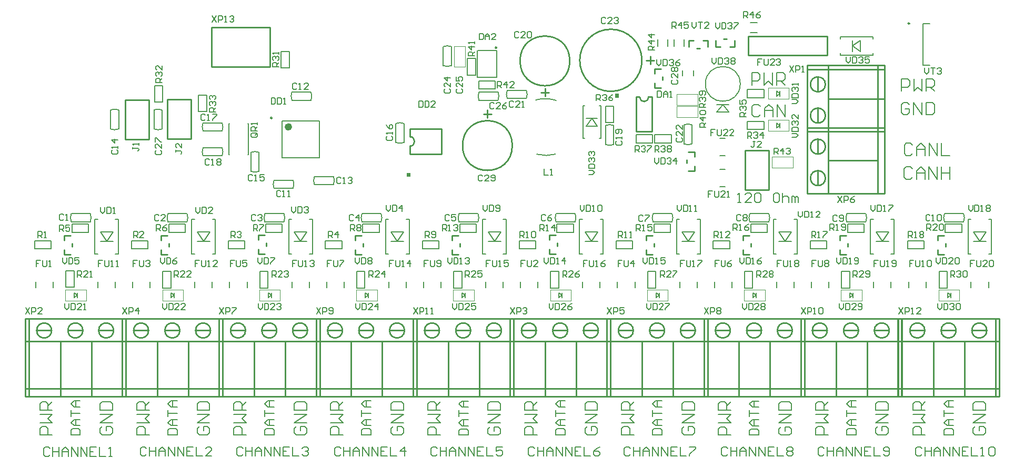
<source format=gto>
G04 Layer_Color=65535*
%FSLAX24Y24*%
%MOIN*%
G70*
G01*
G75*
%ADD10C,0.0079*%
%ADD38C,0.0236*%
%ADD41C,0.0098*%
%ADD68C,0.0100*%
%ADD69C,0.0071*%
%ADD70C,0.0070*%
%ADD71C,0.0050*%
%ADD72C,0.0039*%
%ADD73C,0.0067*%
G36*
X40990Y35648D02*
X40740D01*
Y35898D01*
X40990D01*
Y35648D01*
D02*
G37*
G36*
X54185Y40673D02*
X53935D01*
Y40923D01*
X54185D01*
Y40673D01*
D02*
G37*
D10*
X73445Y42736D02*
Y45374D01*
X73878D01*
X73445Y42736D02*
X73878D01*
X65285Y30748D02*
X65472D01*
X63976D02*
X64163D01*
X65285Y32953D02*
X65472D01*
X63976D02*
X64163D01*
X65472Y30748D02*
Y32953D01*
X63976Y30748D02*
Y32953D01*
X34577Y30748D02*
X34764D01*
X33268D02*
X33455D01*
X34577Y32953D02*
X34764D01*
X33268D02*
X33455D01*
X34764Y30748D02*
Y32953D01*
X33268Y30748D02*
Y32953D01*
X28435Y30748D02*
X28622D01*
X27126D02*
X27313D01*
X28435Y32953D02*
X28622D01*
X27126D02*
X27313D01*
X28622Y30748D02*
Y32953D01*
X27126Y30748D02*
Y32953D01*
X22293Y30748D02*
X22480D01*
X20984D02*
X21171D01*
X22293Y32953D02*
X22480D01*
X20984D02*
X21171D01*
X22480Y30748D02*
Y32953D01*
X20984Y30748D02*
Y32953D01*
X30689Y39016D02*
X30728D01*
Y37047D02*
Y39016D01*
X30689Y37047D02*
X30728D01*
X29469Y39016D02*
X29508D01*
X29469Y37047D02*
Y39016D01*
Y37047D02*
X29508D01*
X32854Y39213D02*
X35217D01*
X32854Y36850D02*
X35217D01*
Y39213D01*
X32854Y36850D02*
Y39213D01*
X51900Y38081D02*
Y40167D01*
X53041Y38081D02*
Y40167D01*
X51900D02*
X52008D01*
X52933D02*
X53041D01*
X51900Y38081D02*
X52008D01*
X52933D02*
X53041D01*
X68199Y43376D02*
X70285D01*
X68199Y44518D02*
X70285D01*
X68199Y43376D02*
Y43484D01*
Y44409D02*
Y44518D01*
X70285Y43376D02*
Y43484D01*
Y44409D02*
Y44518D01*
X60571Y37008D02*
X60925D01*
X60571Y38110D02*
X60925D01*
X60571Y35030D02*
X60925D01*
X60571Y36132D02*
X60925D01*
X77598Y28642D02*
Y28996D01*
X76496Y28642D02*
Y28996D01*
X17244Y28642D02*
Y28996D01*
X18346Y28642D02*
Y28996D01*
X47953Y28642D02*
Y28996D01*
X49055Y28642D02*
Y28996D01*
X23386Y28642D02*
Y28996D01*
X24488Y28642D02*
Y28996D01*
X54094Y28642D02*
Y28996D01*
X55197Y28642D02*
Y28996D01*
X29528Y28642D02*
Y28996D01*
X30630Y28642D02*
Y28996D01*
X60236Y28642D02*
Y28996D01*
X61339Y28642D02*
Y28996D01*
X35669Y28642D02*
Y28996D01*
X36772Y28642D02*
Y28996D01*
X66378Y28642D02*
Y28996D01*
X67480Y28642D02*
Y28996D01*
X41811Y28642D02*
Y28996D01*
X42913Y28642D02*
Y28996D01*
X72559Y28642D02*
Y28996D01*
X73661Y28642D02*
Y28996D01*
X22283Y28642D02*
Y28996D01*
X21181Y28642D02*
Y28996D01*
X28425Y28642D02*
Y28996D01*
X27323Y28642D02*
Y28996D01*
X34567Y28642D02*
Y28996D01*
X33465Y28642D02*
Y28996D01*
X40709Y28642D02*
Y28996D01*
X39606Y28642D02*
Y28996D01*
X46850Y28642D02*
Y28996D01*
X45748Y28642D02*
Y28996D01*
X52992Y28642D02*
Y28996D01*
X51890Y28642D02*
Y28996D01*
X59134Y28642D02*
Y28996D01*
X58032Y28642D02*
Y28996D01*
X65276Y28642D02*
Y28996D01*
X64173Y28642D02*
Y28996D01*
X71417Y28642D02*
Y28996D01*
X70315Y28642D02*
Y28996D01*
X40718Y30748D02*
X40906D01*
X39409D02*
X39596D01*
X40718Y32953D02*
X40906D01*
X39409D02*
X39596D01*
X40906Y30748D02*
Y32953D01*
X39409Y30748D02*
Y32953D01*
X46860Y30748D02*
X47047D01*
X45551D02*
X45738D01*
X46860Y32953D02*
X47047D01*
X45551D02*
X45738D01*
X47047Y30748D02*
Y32953D01*
X45551Y30748D02*
Y32953D01*
X53002Y30748D02*
X53189D01*
X51693D02*
X51880D01*
X53002Y32953D02*
X53189D01*
X51693D02*
X51880D01*
X53189Y30748D02*
Y32953D01*
X51693Y30748D02*
Y32953D01*
X59144Y30748D02*
X59331D01*
X57835D02*
X58022D01*
X59144Y32953D02*
X59331D01*
X57835D02*
X58022D01*
X59331Y30748D02*
Y32953D01*
X57835Y30748D02*
Y32953D01*
X71427Y30748D02*
X71614D01*
X70118D02*
X70305D01*
X71427Y32953D02*
X71614D01*
X70118D02*
X70305D01*
X71614Y30748D02*
Y32953D01*
X70118Y30748D02*
Y32953D01*
X77608Y30748D02*
X77795D01*
X76299D02*
X76486D01*
X77608Y32953D02*
X77795D01*
X76299D02*
X76486D01*
X77795Y30748D02*
Y32953D01*
X76299Y30748D02*
Y32953D01*
X57293Y43937D02*
Y44370D01*
X56663Y43937D02*
Y44370D01*
X57687Y43937D02*
Y44370D01*
X58317Y43937D02*
Y44370D01*
X62500Y44803D02*
X62933D01*
X62500Y45433D02*
X62933D01*
X60089Y43199D02*
Y42936D01*
X60220Y42805D01*
X60351Y42936D01*
Y43199D01*
X60482D02*
Y42805D01*
X60679D01*
X60745Y42871D01*
Y43133D01*
X60679Y43199D01*
X60482D01*
X60876Y43133D02*
X60941Y43199D01*
X61073D01*
X61138Y43133D01*
Y43067D01*
X61073Y43002D01*
X61007D01*
X61073D01*
X61138Y42936D01*
Y42871D01*
X61073Y42805D01*
X60941D01*
X60876Y42871D01*
X61269Y43133D02*
X61335Y43199D01*
X61466D01*
X61532Y43133D01*
Y43067D01*
X61466Y43002D01*
X61532Y42936D01*
Y42871D01*
X61466Y42805D01*
X61335D01*
X61269Y42871D01*
Y42936D01*
X61335Y43002D01*
X61269Y43067D01*
Y43133D01*
X61335Y43002D02*
X61466D01*
X62821Y37913D02*
X62690D01*
X62756D01*
Y37585D01*
X62690Y37520D01*
X62625D01*
X62559Y37585D01*
X63215Y37520D02*
X62953D01*
X63215Y37782D01*
Y37848D01*
X63149Y37913D01*
X63018D01*
X62953Y37848D01*
X24889Y37329D02*
X24823Y37264D01*
Y37133D01*
X24889Y37067D01*
X25151D01*
X25217Y37133D01*
Y37264D01*
X25151Y37329D01*
X25217Y37723D02*
Y37460D01*
X24954Y37723D01*
X24889D01*
X24823Y37657D01*
Y37526D01*
X24889Y37460D01*
X24823Y37854D02*
Y38116D01*
X24889D01*
X25151Y37854D01*
X25217D01*
X64006Y37087D02*
Y37480D01*
X64203D01*
X64268Y37415D01*
Y37283D01*
X64203Y37218D01*
X64006D01*
X64137D02*
X64268Y37087D01*
X64596D02*
Y37480D01*
X64399Y37283D01*
X64662D01*
X64793Y37415D02*
X64859Y37480D01*
X64990D01*
X65055Y37415D01*
Y37349D01*
X64990Y37283D01*
X64924D01*
X64990D01*
X65055Y37218D01*
Y37152D01*
X64990Y37087D01*
X64859D01*
X64793Y37152D01*
X19003Y33222D02*
X18937Y33287D01*
X18806D01*
X18740Y33222D01*
Y32959D01*
X18806Y32894D01*
X18937D01*
X19003Y32959D01*
X19134Y32894D02*
X19265D01*
X19199D01*
Y33287D01*
X19134Y33222D01*
X25036Y33192D02*
X24970Y33258D01*
X24839D01*
X24774Y33192D01*
Y32930D01*
X24839Y32864D01*
X24970D01*
X25036Y32930D01*
X25430Y32864D02*
X25167D01*
X25430Y33127D01*
Y33192D01*
X25364Y33258D01*
X25233D01*
X25167Y33192D01*
X31178D02*
X31112Y33258D01*
X30981D01*
X30915Y33192D01*
Y32930D01*
X30981Y32864D01*
X31112D01*
X31178Y32930D01*
X31309Y33192D02*
X31375Y33258D01*
X31506D01*
X31571Y33192D01*
Y33127D01*
X31506Y33061D01*
X31440D01*
X31506D01*
X31571Y32995D01*
Y32930D01*
X31506Y32864D01*
X31375D01*
X31309Y32930D01*
X37369Y33182D02*
X37303Y33248D01*
X37172D01*
X37106Y33182D01*
Y32920D01*
X37172Y32854D01*
X37303D01*
X37369Y32920D01*
X37697Y32854D02*
Y33248D01*
X37500Y33051D01*
X37762D01*
X43451Y33192D02*
X43386Y33258D01*
X43255D01*
X43189Y33192D01*
Y32930D01*
X43255Y32864D01*
X43386D01*
X43451Y32930D01*
X43845Y33258D02*
X43583D01*
Y33061D01*
X43714Y33127D01*
X43779D01*
X43845Y33061D01*
Y32930D01*
X43779Y32864D01*
X43648D01*
X43583Y32930D01*
X49534Y33182D02*
X49468Y33248D01*
X49337D01*
X49272Y33182D01*
Y32920D01*
X49337Y32854D01*
X49468D01*
X49534Y32920D01*
X49928Y33248D02*
X49796Y33182D01*
X49665Y33051D01*
Y32920D01*
X49731Y32854D01*
X49862D01*
X49928Y32920D01*
Y32986D01*
X49862Y33051D01*
X49665D01*
X55725Y33172D02*
X55659Y33238D01*
X55528D01*
X55463Y33172D01*
Y32910D01*
X55528Y32844D01*
X55659D01*
X55725Y32910D01*
X55856Y33238D02*
X56119D01*
Y33172D01*
X55856Y32910D01*
Y32844D01*
X61906Y33182D02*
X61840Y33248D01*
X61709D01*
X61644Y33182D01*
Y32920D01*
X61709Y32854D01*
X61840D01*
X61906Y32920D01*
X62037Y33182D02*
X62103Y33248D01*
X62234D01*
X62300Y33182D01*
Y33117D01*
X62234Y33051D01*
X62300Y32986D01*
Y32920D01*
X62234Y32854D01*
X62103D01*
X62037Y32920D01*
Y32986D01*
X62103Y33051D01*
X62037Y33117D01*
Y33182D01*
X62103Y33051D02*
X62234D01*
X68008Y33172D02*
X67943Y33238D01*
X67812D01*
X67746Y33172D01*
Y32910D01*
X67812Y32844D01*
X67943D01*
X68008Y32910D01*
X68140D02*
X68205Y32844D01*
X68336D01*
X68402Y32910D01*
Y33172D01*
X68336Y33238D01*
X68205D01*
X68140Y33172D01*
Y33107D01*
X68205Y33041D01*
X68402D01*
X73894Y33202D02*
X73829Y33268D01*
X73697D01*
X73632Y33202D01*
Y32940D01*
X73697Y32874D01*
X73829D01*
X73894Y32940D01*
X74025Y32874D02*
X74157D01*
X74091D01*
Y33268D01*
X74025Y33202D01*
X74353D02*
X74419Y33268D01*
X74550D01*
X74616Y33202D01*
Y32940D01*
X74550Y32874D01*
X74419D01*
X74353Y32940D01*
Y33202D01*
X32762Y34718D02*
X32697Y34783D01*
X32566D01*
X32500Y34718D01*
Y34455D01*
X32566Y34390D01*
X32697D01*
X32762Y34455D01*
X32894Y34390D02*
X33025D01*
X32959D01*
Y34783D01*
X32894Y34718D01*
X33222Y34390D02*
X33353D01*
X33287D01*
Y34783D01*
X33222Y34718D01*
X33786Y41529D02*
X33720Y41594D01*
X33589D01*
X33524Y41529D01*
Y41266D01*
X33589Y41201D01*
X33720D01*
X33786Y41266D01*
X33917Y41201D02*
X34048D01*
X33983D01*
Y41594D01*
X33917Y41529D01*
X34508Y41201D02*
X34245D01*
X34508Y41463D01*
Y41529D01*
X34442Y41594D01*
X34311D01*
X34245Y41529D01*
X36571Y35554D02*
X36506Y35620D01*
X36375D01*
X36309Y35554D01*
Y35292D01*
X36375Y35226D01*
X36506D01*
X36571Y35292D01*
X36703Y35226D02*
X36834D01*
X36768D01*
Y35620D01*
X36703Y35554D01*
X37031D02*
X37096Y35620D01*
X37227D01*
X37293Y35554D01*
Y35489D01*
X37227Y35423D01*
X37162D01*
X37227D01*
X37293Y35358D01*
Y35292D01*
X37227Y35226D01*
X37096D01*
X37031Y35292D01*
X22123Y37349D02*
X22057Y37283D01*
Y37152D01*
X22123Y37087D01*
X22385D01*
X22451Y37152D01*
Y37283D01*
X22385Y37349D01*
X22451Y37480D02*
Y37611D01*
Y37546D01*
X22057D01*
X22123Y37480D01*
X22451Y38005D02*
X22057D01*
X22254Y37808D01*
Y38071D01*
X30991Y35722D02*
X30925Y35787D01*
X30794D01*
X30728Y35722D01*
Y35459D01*
X30794Y35394D01*
X30925D01*
X30991Y35459D01*
X31122Y35394D02*
X31253D01*
X31188D01*
Y35787D01*
X31122Y35722D01*
X31712Y35787D02*
X31450D01*
Y35590D01*
X31581Y35656D01*
X31647D01*
X31712Y35590D01*
Y35459D01*
X31647Y35394D01*
X31515D01*
X31450Y35459D01*
X39505Y38225D02*
X39439Y38159D01*
Y38028D01*
X39505Y37963D01*
X39767D01*
X39833Y38028D01*
Y38159D01*
X39767Y38225D01*
X39833Y38356D02*
Y38487D01*
Y38422D01*
X39439D01*
X39505Y38356D01*
X39439Y38947D02*
X39505Y38815D01*
X39636Y38684D01*
X39767D01*
X39833Y38750D01*
Y38881D01*
X39767Y38947D01*
X39701D01*
X39636Y38881D01*
Y38684D01*
X27989Y39570D02*
X27923Y39636D01*
X27792D01*
X27726Y39570D01*
Y39308D01*
X27792Y39242D01*
X27923D01*
X27989Y39308D01*
X28120Y39242D02*
X28251D01*
X28186D01*
Y39636D01*
X28120Y39570D01*
X28448Y39636D02*
X28710D01*
Y39570D01*
X28448Y39308D01*
Y39242D01*
X28245Y36716D02*
X28179Y36781D01*
X28048D01*
X27982Y36716D01*
Y36453D01*
X28048Y36388D01*
X28179D01*
X28245Y36453D01*
X28376Y36388D02*
X28507D01*
X28441D01*
Y36781D01*
X28376Y36716D01*
X28704D02*
X28769Y36781D01*
X28901D01*
X28966Y36716D01*
Y36650D01*
X28901Y36585D01*
X28966Y36519D01*
Y36453D01*
X28901Y36388D01*
X28769D01*
X28704Y36453D01*
Y36519D01*
X28769Y36585D01*
X28704Y36650D01*
Y36716D01*
X28769Y36585D02*
X28901D01*
X54062Y37940D02*
X53996Y37874D01*
Y37743D01*
X54062Y37677D01*
X54324D01*
X54390Y37743D01*
Y37874D01*
X54324Y37940D01*
X54390Y38071D02*
Y38202D01*
Y38136D01*
X53996D01*
X54062Y38071D01*
X54324Y38399D02*
X54390Y38464D01*
Y38595D01*
X54324Y38661D01*
X54062D01*
X53996Y38595D01*
Y38464D01*
X54062Y38399D01*
X54127D01*
X54193Y38464D01*
Y38661D01*
X47851Y44806D02*
X47785Y44872D01*
X47654D01*
X47589Y44806D01*
Y44544D01*
X47654Y44478D01*
X47785D01*
X47851Y44544D01*
X48245Y44478D02*
X47982D01*
X48245Y44741D01*
Y44806D01*
X48179Y44872D01*
X48048D01*
X47982Y44806D01*
X48376D02*
X48441Y44872D01*
X48573D01*
X48638Y44806D01*
Y44544D01*
X48573Y44478D01*
X48441D01*
X48376Y44544D01*
Y44806D01*
X47516Y40397D02*
X47451Y40462D01*
X47320D01*
X47254Y40397D01*
Y40134D01*
X47320Y40069D01*
X47451D01*
X47516Y40134D01*
X47910Y40069D02*
X47648D01*
X47910Y40331D01*
Y40397D01*
X47844Y40462D01*
X47713D01*
X47648Y40397D01*
X48041Y40069D02*
X48172D01*
X48107D01*
Y40462D01*
X48041Y40397D01*
X57881Y38127D02*
X57815Y38061D01*
Y37930D01*
X57881Y37864D01*
X58143D01*
X58209Y37930D01*
Y38061D01*
X58143Y38127D01*
X58209Y38520D02*
Y38258D01*
X57946Y38520D01*
X57881D01*
X57815Y38455D01*
Y38323D01*
X57881Y38258D01*
X58209Y38914D02*
Y38651D01*
X57946Y38914D01*
X57881D01*
X57815Y38848D01*
Y38717D01*
X57881Y38651D01*
X53353Y45682D02*
X53287Y45748D01*
X53156D01*
X53091Y45682D01*
Y45420D01*
X53156Y45354D01*
X53287D01*
X53353Y45420D01*
X53747Y45354D02*
X53484D01*
X53747Y45617D01*
Y45682D01*
X53681Y45748D01*
X53550D01*
X53484Y45682D01*
X53878D02*
X53943Y45748D01*
X54074D01*
X54140Y45682D01*
Y45617D01*
X54074Y45551D01*
X54009D01*
X54074D01*
X54140Y45486D01*
Y45420D01*
X54074Y45354D01*
X53943D01*
X53878Y45420D01*
X43176Y41217D02*
X43110Y41152D01*
Y41020D01*
X43176Y40955D01*
X43438D01*
X43504Y41020D01*
Y41152D01*
X43438Y41217D01*
X43504Y41611D02*
Y41348D01*
X43242Y41611D01*
X43176D01*
X43110Y41545D01*
Y41414D01*
X43176Y41348D01*
X43504Y41939D02*
X43110D01*
X43307Y41742D01*
Y42004D01*
X43954Y41217D02*
X43888Y41152D01*
Y41020D01*
X43954Y40955D01*
X44216D01*
X44282Y41020D01*
Y41152D01*
X44216Y41217D01*
X44282Y41611D02*
Y41348D01*
X44019Y41611D01*
X43954D01*
X43888Y41545D01*
Y41414D01*
X43954Y41348D01*
X43888Y42004D02*
Y41742D01*
X44085D01*
X44019Y41873D01*
Y41939D01*
X44085Y42004D01*
X44216D01*
X44282Y41939D01*
Y41807D01*
X44216Y41742D01*
X46276Y40298D02*
X46211Y40364D01*
X46079D01*
X46014Y40298D01*
Y40036D01*
X46079Y39970D01*
X46211D01*
X46276Y40036D01*
X46670Y39970D02*
X46407D01*
X46670Y40233D01*
Y40298D01*
X46604Y40364D01*
X46473D01*
X46407Y40298D01*
X47063Y40364D02*
X46932Y40298D01*
X46801Y40167D01*
Y40036D01*
X46867Y39970D01*
X46998D01*
X47063Y40036D01*
Y40102D01*
X46998Y40167D01*
X46801D01*
X56624Y41092D02*
Y40699D01*
X56821D01*
X56886Y40764D01*
Y41027D01*
X56821Y41092D01*
X56624D01*
X57018Y40699D02*
Y40961D01*
X57149Y41092D01*
X57280Y40961D01*
Y40699D01*
Y40896D01*
X57018D01*
X57411Y40699D02*
X57542D01*
X57477D01*
Y41092D01*
X57411Y41027D01*
X45335Y44744D02*
Y44350D01*
X45531D01*
X45597Y44416D01*
Y44678D01*
X45531Y44744D01*
X45335D01*
X45728Y44350D02*
Y44613D01*
X45859Y44744D01*
X45991Y44613D01*
Y44350D01*
Y44547D01*
X45728D01*
X46384Y44350D02*
X46122D01*
X46384Y44613D01*
Y44678D01*
X46319Y44744D01*
X46187D01*
X46122Y44678D01*
X32165Y40649D02*
Y40256D01*
X32362D01*
X32428Y40321D01*
Y40584D01*
X32362Y40649D01*
X32165D01*
X32559D02*
Y40256D01*
X32756D01*
X32821Y40321D01*
Y40584D01*
X32756Y40649D01*
X32559D01*
X32952Y40256D02*
X33084D01*
X33018D01*
Y40649D01*
X32952Y40584D01*
X41506Y40472D02*
Y40079D01*
X41703D01*
X41768Y40144D01*
Y40407D01*
X41703Y40472D01*
X41506D01*
X41899D02*
Y40079D01*
X42096D01*
X42162Y40144D01*
Y40407D01*
X42096Y40472D01*
X41899D01*
X42555Y40079D02*
X42293D01*
X42555Y40341D01*
Y40407D01*
X42490Y40472D01*
X42359D01*
X42293Y40407D01*
X17548Y30354D02*
X17286D01*
Y30157D01*
X17417D01*
X17286D01*
Y29961D01*
X17679Y30354D02*
Y30026D01*
X17745Y29961D01*
X17876D01*
X17941Y30026D01*
Y30354D01*
X18073Y29961D02*
X18204D01*
X18138D01*
Y30354D01*
X18073Y30289D01*
X48258Y30354D02*
X47996D01*
Y30157D01*
X48127D01*
X47996D01*
Y29961D01*
X48389Y30354D02*
Y30026D01*
X48455Y29961D01*
X48586D01*
X48652Y30026D01*
Y30354D01*
X49045Y29961D02*
X48783D01*
X49045Y30223D01*
Y30289D01*
X48980Y30354D01*
X48848D01*
X48783Y30289D01*
X23688Y30354D02*
X23426D01*
Y30157D01*
X23557D01*
X23426D01*
Y29961D01*
X23819Y30354D02*
Y30026D01*
X23885Y29961D01*
X24016D01*
X24082Y30026D01*
Y30354D01*
X24213Y30289D02*
X24279Y30354D01*
X24410D01*
X24475Y30289D01*
Y30223D01*
X24410Y30157D01*
X24344D01*
X24410D01*
X24475Y30092D01*
Y30026D01*
X24410Y29961D01*
X24279D01*
X24213Y30026D01*
X54396Y30354D02*
X54133D01*
Y30157D01*
X54265D01*
X54133D01*
Y29961D01*
X54527Y30354D02*
Y30026D01*
X54593Y29961D01*
X54724D01*
X54789Y30026D01*
Y30354D01*
X55117Y29961D02*
Y30354D01*
X54921Y30157D01*
X55183D01*
X29831Y30354D02*
X29569D01*
Y30157D01*
X29700D01*
X29569D01*
Y29961D01*
X29963Y30354D02*
Y30026D01*
X30028Y29961D01*
X30159D01*
X30225Y30026D01*
Y30354D01*
X30619D02*
X30356D01*
Y30157D01*
X30487Y30223D01*
X30553D01*
X30619Y30157D01*
Y30026D01*
X30553Y29961D01*
X30422D01*
X30356Y30026D01*
X60535Y30354D02*
X60273D01*
Y30157D01*
X60404D01*
X60273D01*
Y29961D01*
X60666Y30354D02*
Y30026D01*
X60732Y29961D01*
X60863D01*
X60929Y30026D01*
Y30354D01*
X61322D02*
X61191Y30289D01*
X61060Y30157D01*
Y30026D01*
X61125Y29961D01*
X61257D01*
X61322Y30026D01*
Y30092D01*
X61257Y30157D01*
X61060D01*
X35973Y30354D02*
X35711D01*
Y30157D01*
X35842D01*
X35711D01*
Y29961D01*
X36104Y30354D02*
Y30026D01*
X36170Y29961D01*
X36301D01*
X36367Y30026D01*
Y30354D01*
X36498D02*
X36760D01*
Y30289D01*
X36498Y30026D01*
Y29961D01*
X66679Y30354D02*
X66417D01*
Y30157D01*
X66548D01*
X66417D01*
Y29961D01*
X66810Y30354D02*
Y30026D01*
X66876Y29961D01*
X67007D01*
X67073Y30026D01*
Y30354D01*
X67204Y30289D02*
X67269Y30354D01*
X67401D01*
X67466Y30289D01*
Y30223D01*
X67401Y30157D01*
X67466Y30092D01*
Y30026D01*
X67401Y29961D01*
X67269D01*
X67204Y30026D01*
Y30092D01*
X67269Y30157D01*
X67204Y30223D01*
Y30289D01*
X67269Y30157D02*
X67401D01*
X42117Y30354D02*
X41854D01*
Y30157D01*
X41986D01*
X41854D01*
Y29961D01*
X42248Y30354D02*
Y30026D01*
X42314Y29961D01*
X42445D01*
X42510Y30026D01*
Y30354D01*
X42642Y30026D02*
X42707Y29961D01*
X42838D01*
X42904Y30026D01*
Y30289D01*
X42838Y30354D01*
X42707D01*
X42642Y30289D01*
Y30223D01*
X42707Y30157D01*
X42904D01*
X72862Y30354D02*
X72599D01*
Y30157D01*
X72731D01*
X72599D01*
Y29961D01*
X72993Y30354D02*
Y30026D01*
X73059Y29961D01*
X73190D01*
X73255Y30026D01*
Y30354D01*
X73387Y29961D02*
X73518D01*
X73452D01*
Y30354D01*
X73387Y30289D01*
X73715D02*
X73780Y30354D01*
X73911D01*
X73977Y30289D01*
Y30026D01*
X73911Y29961D01*
X73780D01*
X73715Y30026D01*
Y30289D01*
X21486Y30354D02*
X21224D01*
Y30157D01*
X21355D01*
X21224D01*
Y29961D01*
X21618Y30354D02*
Y30026D01*
X21683Y29961D01*
X21814D01*
X21880Y30026D01*
Y30354D01*
X22011Y29961D02*
X22142D01*
X22077D01*
Y30354D01*
X22011Y30289D01*
X22339Y29961D02*
X22470D01*
X22405D01*
Y30354D01*
X22339Y30289D01*
X27622Y30354D02*
X27360D01*
Y30157D01*
X27491D01*
X27360D01*
Y29961D01*
X27753Y30354D02*
Y30026D01*
X27819Y29961D01*
X27950D01*
X28016Y30026D01*
Y30354D01*
X28147Y29961D02*
X28278D01*
X28213D01*
Y30354D01*
X28147Y30289D01*
X28737Y29961D02*
X28475D01*
X28737Y30223D01*
Y30289D01*
X28672Y30354D01*
X28541D01*
X28475Y30289D01*
X33764Y30354D02*
X33502D01*
Y30157D01*
X33633D01*
X33502D01*
Y29961D01*
X33895Y30354D02*
Y30026D01*
X33961Y29961D01*
X34092D01*
X34158Y30026D01*
Y30354D01*
X34289Y29961D02*
X34420D01*
X34355D01*
Y30354D01*
X34289Y30289D01*
X34617D02*
X34682Y30354D01*
X34814D01*
X34879Y30289D01*
Y30223D01*
X34814Y30157D01*
X34748D01*
X34814D01*
X34879Y30092D01*
Y30026D01*
X34814Y29961D01*
X34682D01*
X34617Y30026D01*
X39911Y30354D02*
X39649D01*
Y30157D01*
X39780D01*
X39649D01*
Y29961D01*
X40042Y30354D02*
Y30026D01*
X40108Y29961D01*
X40239D01*
X40305Y30026D01*
Y30354D01*
X40436Y29961D02*
X40567D01*
X40502D01*
Y30354D01*
X40436Y30289D01*
X40961Y29961D02*
Y30354D01*
X40764Y30157D01*
X41026D01*
X46050Y30354D02*
X45788D01*
Y30157D01*
X45919D01*
X45788D01*
Y29961D01*
X46182Y30354D02*
Y30026D01*
X46247Y29961D01*
X46378D01*
X46444Y30026D01*
Y30354D01*
X46575Y29961D02*
X46706D01*
X46641D01*
Y30354D01*
X46575Y30289D01*
X47166Y30354D02*
X46903D01*
Y30157D01*
X47034Y30223D01*
X47100D01*
X47166Y30157D01*
Y30026D01*
X47100Y29961D01*
X46969D01*
X46903Y30026D01*
X52194Y30354D02*
X51931D01*
Y30157D01*
X52063D01*
X51931D01*
Y29961D01*
X52325Y30354D02*
Y30026D01*
X52391Y29961D01*
X52522D01*
X52587Y30026D01*
Y30354D01*
X52719Y29961D02*
X52850D01*
X52784D01*
Y30354D01*
X52719Y30289D01*
X53309Y30354D02*
X53178Y30289D01*
X53047Y30157D01*
Y30026D01*
X53112Y29961D01*
X53243D01*
X53309Y30026D01*
Y30092D01*
X53243Y30157D01*
X53047D01*
X58336Y30354D02*
X58073D01*
Y30157D01*
X58205D01*
X58073D01*
Y29961D01*
X58467Y30354D02*
Y30026D01*
X58533Y29961D01*
X58664D01*
X58729Y30026D01*
Y30354D01*
X58861Y29961D02*
X58992D01*
X58926D01*
Y30354D01*
X58861Y30289D01*
X59189Y30354D02*
X59451D01*
Y30289D01*
X59189Y30026D01*
Y29961D01*
X64473Y30354D02*
X64210D01*
Y30157D01*
X64342D01*
X64210D01*
Y29961D01*
X64604Y30354D02*
Y30026D01*
X64670Y29961D01*
X64801D01*
X64866Y30026D01*
Y30354D01*
X64998Y29961D02*
X65129D01*
X65063D01*
Y30354D01*
X64998Y30289D01*
X65326D02*
X65391Y30354D01*
X65522D01*
X65588Y30289D01*
Y30223D01*
X65522Y30157D01*
X65588Y30092D01*
Y30026D01*
X65522Y29961D01*
X65391D01*
X65326Y30026D01*
Y30092D01*
X65391Y30157D01*
X65326Y30223D01*
Y30289D01*
X65391Y30157D02*
X65522D01*
X70621Y30354D02*
X70359D01*
Y30157D01*
X70490D01*
X70359D01*
Y29961D01*
X70752Y30354D02*
Y30026D01*
X70818Y29961D01*
X70949D01*
X71015Y30026D01*
Y30354D01*
X71146Y29961D02*
X71277D01*
X71211D01*
Y30354D01*
X71146Y30289D01*
X71474Y30026D02*
X71539Y29961D01*
X71671D01*
X71736Y30026D01*
Y30289D01*
X71671Y30354D01*
X71539D01*
X71474Y30289D01*
Y30223D01*
X71539Y30157D01*
X71736D01*
X76719Y30354D02*
X76457D01*
Y30157D01*
X76588D01*
X76457D01*
Y29961D01*
X76850Y30354D02*
Y30026D01*
X76916Y29961D01*
X77047D01*
X77113Y30026D01*
Y30354D01*
X77506Y29961D02*
X77244D01*
X77506Y30223D01*
Y30289D01*
X77441Y30354D01*
X77309D01*
X77244Y30289D01*
X77637D02*
X77703Y30354D01*
X77834D01*
X77900Y30289D01*
Y30026D01*
X77834Y29961D01*
X77703D01*
X77637Y30026D01*
Y30289D01*
X60125Y34773D02*
X59862D01*
Y34577D01*
X59993D01*
X59862D01*
Y34380D01*
X60256Y34773D02*
Y34446D01*
X60321Y34380D01*
X60453D01*
X60518Y34446D01*
Y34773D01*
X60912Y34380D02*
X60649D01*
X60912Y34642D01*
Y34708D01*
X60846Y34773D01*
X60715D01*
X60649Y34708D01*
X61043Y34380D02*
X61174D01*
X61109D01*
Y34773D01*
X61043Y34708D01*
X60282Y38661D02*
X60020D01*
Y38465D01*
X60151D01*
X60020D01*
Y38268D01*
X60413Y38661D02*
Y38333D01*
X60479Y38268D01*
X60610D01*
X60676Y38333D01*
Y38661D01*
X61069Y38268D02*
X60807D01*
X61069Y38530D01*
Y38596D01*
X61004Y38661D01*
X60872D01*
X60807Y38596D01*
X61463Y38268D02*
X61200D01*
X61463Y38530D01*
Y38596D01*
X61397Y38661D01*
X61266D01*
X61200Y38596D01*
X63245Y43140D02*
X62982D01*
Y42943D01*
X63113D01*
X62982D01*
Y42746D01*
X63376Y43140D02*
Y42812D01*
X63441Y42746D01*
X63573D01*
X63638Y42812D01*
Y43140D01*
X64032Y42746D02*
X63769D01*
X64032Y43008D01*
Y43074D01*
X63966Y43140D01*
X63835D01*
X63769Y43074D01*
X64163D02*
X64229Y43140D01*
X64360D01*
X64425Y43074D01*
Y43008D01*
X64360Y42943D01*
X64294D01*
X64360D01*
X64425Y42877D01*
Y42812D01*
X64360Y42746D01*
X64229D01*
X64163Y42812D01*
X23386Y37546D02*
Y37415D01*
Y37480D01*
X23714D01*
X23780Y37415D01*
Y37349D01*
X23714Y37283D01*
X23780Y37677D02*
Y37808D01*
Y37743D01*
X23386D01*
X23452Y37677D01*
X26102Y37369D02*
Y37237D01*
Y37303D01*
X26430D01*
X26496Y37237D01*
Y37172D01*
X26430Y37106D01*
X26496Y37762D02*
Y37500D01*
X26234Y37762D01*
X26168D01*
X26102Y37697D01*
Y37565D01*
X26168Y37500D01*
X49439Y36151D02*
Y35758D01*
X49701D01*
X49833D02*
X49964D01*
X49898D01*
Y36151D01*
X49833Y36086D01*
X31224Y38442D02*
X30961D01*
X30896Y38376D01*
Y38245D01*
X30961Y38179D01*
X31224D01*
X31289Y38245D01*
Y38376D01*
X31158Y38310D02*
X31289Y38442D01*
Y38376D02*
X31224Y38442D01*
X31289Y38573D02*
X30896D01*
Y38770D01*
X30961Y38835D01*
X31093D01*
X31158Y38770D01*
Y38573D01*
Y38704D02*
X31289Y38835D01*
Y38966D02*
Y39097D01*
Y39032D01*
X30896D01*
X30961Y38966D01*
X17392Y31791D02*
Y32185D01*
X17589D01*
X17654Y32119D01*
Y31988D01*
X17589Y31923D01*
X17392D01*
X17523D02*
X17654Y31791D01*
X17785D02*
X17917D01*
X17851D01*
Y32185D01*
X17785Y32119D01*
X23435Y31791D02*
Y32185D01*
X23632D01*
X23697Y32119D01*
Y31988D01*
X23632Y31923D01*
X23435D01*
X23566D02*
X23697Y31791D01*
X24091D02*
X23829D01*
X24091Y32054D01*
Y32119D01*
X24025Y32185D01*
X23894D01*
X23829Y32119D01*
X29606Y31791D02*
Y32185D01*
X29803D01*
X29869Y32119D01*
Y31988D01*
X29803Y31923D01*
X29606D01*
X29737D02*
X29869Y31791D01*
X30000Y32119D02*
X30065Y32185D01*
X30197D01*
X30262Y32119D01*
Y32054D01*
X30197Y31988D01*
X30131D01*
X30197D01*
X30262Y31923D01*
Y31857D01*
X30197Y31791D01*
X30065D01*
X30000Y31857D01*
X35778Y31791D02*
Y32185D01*
X35974D01*
X36040Y32119D01*
Y31988D01*
X35974Y31923D01*
X35778D01*
X35909D02*
X36040Y31791D01*
X36368D02*
Y32185D01*
X36171Y31988D01*
X36434D01*
X18740Y32205D02*
Y32598D01*
X18937D01*
X19003Y32533D01*
Y32402D01*
X18937Y32336D01*
X18740D01*
X18871D02*
X19003Y32205D01*
X19396Y32598D02*
X19134D01*
Y32402D01*
X19265Y32467D01*
X19331D01*
X19396Y32402D01*
Y32270D01*
X19331Y32205D01*
X19199D01*
X19134Y32270D01*
X24882Y32234D02*
Y32628D01*
X25079D01*
X25144Y32562D01*
Y32431D01*
X25079Y32365D01*
X24882D01*
X25013D02*
X25144Y32234D01*
X25538Y32628D02*
X25407Y32562D01*
X25275Y32431D01*
Y32300D01*
X25341Y32234D01*
X25472D01*
X25538Y32300D01*
Y32365D01*
X25472Y32431D01*
X25275D01*
X31033Y32224D02*
Y32618D01*
X31230D01*
X31296Y32552D01*
Y32421D01*
X31230Y32356D01*
X31033D01*
X31165D02*
X31296Y32224D01*
X31427Y32618D02*
X31689D01*
Y32552D01*
X31427Y32290D01*
Y32224D01*
X37185Y32234D02*
Y32628D01*
X37382D01*
X37447Y32562D01*
Y32431D01*
X37382Y32365D01*
X37185D01*
X37316D02*
X37447Y32234D01*
X37579Y32562D02*
X37644Y32628D01*
X37775D01*
X37841Y32562D01*
Y32497D01*
X37775Y32431D01*
X37841Y32365D01*
Y32300D01*
X37775Y32234D01*
X37644D01*
X37579Y32300D01*
Y32365D01*
X37644Y32431D01*
X37579Y32497D01*
Y32562D01*
X37644Y32431D02*
X37775D01*
X41909Y31791D02*
Y32185D01*
X42106D01*
X42172Y32119D01*
Y31988D01*
X42106Y31923D01*
X41909D01*
X42041D02*
X42172Y31791D01*
X42303Y31857D02*
X42369Y31791D01*
X42500D01*
X42565Y31857D01*
Y32119D01*
X42500Y32185D01*
X42369D01*
X42303Y32119D01*
Y32054D01*
X42369Y31988D01*
X42565D01*
X47923Y31791D02*
Y32185D01*
X48120D01*
X48186Y32119D01*
Y31988D01*
X48120Y31923D01*
X47923D01*
X48054D02*
X48186Y31791D01*
X48317D02*
X48448D01*
X48382D01*
Y32185D01*
X48317Y32119D01*
X48645D02*
X48710Y32185D01*
X48842D01*
X48907Y32119D01*
Y31857D01*
X48842Y31791D01*
X48710D01*
X48645Y31857D01*
Y32119D01*
X54144Y31791D02*
Y32185D01*
X54340D01*
X54406Y32119D01*
Y31988D01*
X54340Y31923D01*
X54144D01*
X54275D02*
X54406Y31791D01*
X54537D02*
X54668D01*
X54603D01*
Y32185D01*
X54537Y32119D01*
X54865Y31791D02*
X54996D01*
X54931D01*
Y32185D01*
X54865Y32119D01*
X60226Y31791D02*
Y32185D01*
X60423D01*
X60489Y32119D01*
Y31988D01*
X60423Y31923D01*
X60226D01*
X60358D02*
X60489Y31791D01*
X60620D02*
X60751D01*
X60686D01*
Y32185D01*
X60620Y32119D01*
X61210Y31791D02*
X60948D01*
X61210Y32054D01*
Y32119D01*
X61145Y32185D01*
X61014D01*
X60948Y32119D01*
X43002Y32244D02*
Y32638D01*
X43199D01*
X43264Y32572D01*
Y32441D01*
X43199Y32375D01*
X43002D01*
X43133D02*
X43264Y32244D01*
X43396D02*
X43527D01*
X43461D01*
Y32638D01*
X43396Y32572D01*
X43724D02*
X43789Y32638D01*
X43920D01*
X43986Y32572D01*
Y32506D01*
X43920Y32441D01*
X43855D01*
X43920D01*
X43986Y32375D01*
Y32310D01*
X43920Y32244D01*
X43789D01*
X43724Y32310D01*
X49183Y32234D02*
Y32628D01*
X49380D01*
X49445Y32562D01*
Y32431D01*
X49380Y32365D01*
X49183D01*
X49314D02*
X49445Y32234D01*
X49577D02*
X49708D01*
X49642D01*
Y32628D01*
X49577Y32562D01*
X50101Y32234D02*
Y32628D01*
X49905Y32431D01*
X50167D01*
X55295Y32234D02*
Y32628D01*
X55492D01*
X55558Y32562D01*
Y32431D01*
X55492Y32365D01*
X55295D01*
X55426D02*
X55558Y32234D01*
X55689D02*
X55820D01*
X55754D01*
Y32628D01*
X55689Y32562D01*
X56279Y32628D02*
X56017D01*
Y32431D01*
X56148Y32497D01*
X56214D01*
X56279Y32431D01*
Y32300D01*
X56214Y32234D01*
X56082D01*
X56017Y32300D01*
X61417Y32254D02*
Y32648D01*
X61614D01*
X61680Y32582D01*
Y32451D01*
X61614Y32385D01*
X61417D01*
X61549D02*
X61680Y32254D01*
X61811D02*
X61942D01*
X61876D01*
Y32648D01*
X61811Y32582D01*
X62401Y32648D02*
X62270Y32582D01*
X62139Y32451D01*
Y32320D01*
X62204Y32254D01*
X62336D01*
X62401Y32320D01*
Y32385D01*
X62336Y32451D01*
X62139D01*
X66398Y31791D02*
Y32185D01*
X66594D01*
X66660Y32119D01*
Y31988D01*
X66594Y31923D01*
X66398D01*
X66529D02*
X66660Y31791D01*
X66791D02*
X66922D01*
X66857D01*
Y32185D01*
X66791Y32119D01*
X67119Y32185D02*
X67382D01*
Y32119D01*
X67119Y31857D01*
Y31791D01*
X72510D02*
Y32185D01*
X72707D01*
X72772Y32119D01*
Y31988D01*
X72707Y31923D01*
X72510D01*
X72641D02*
X72772Y31791D01*
X72903D02*
X73035D01*
X72969D01*
Y32185D01*
X72903Y32119D01*
X73231D02*
X73297Y32185D01*
X73428D01*
X73494Y32119D01*
Y32054D01*
X73428Y31988D01*
X73494Y31923D01*
Y31857D01*
X73428Y31791D01*
X73297D01*
X73231Y31857D01*
Y31923D01*
X73297Y31988D01*
X73231Y32054D01*
Y32119D01*
X73297Y31988D02*
X73428D01*
X67559Y32264D02*
Y32657D01*
X67756D01*
X67821Y32592D01*
Y32461D01*
X67756Y32395D01*
X67559D01*
X67690D02*
X67821Y32264D01*
X67953D02*
X68084D01*
X68018D01*
Y32657D01*
X67953Y32592D01*
X68281Y32329D02*
X68346Y32264D01*
X68477D01*
X68543Y32329D01*
Y32592D01*
X68477Y32657D01*
X68346D01*
X68281Y32592D01*
Y32526D01*
X68346Y32461D01*
X68543D01*
X73681Y32254D02*
Y32648D01*
X73878D01*
X73943Y32582D01*
Y32451D01*
X73878Y32385D01*
X73681D01*
X73812D02*
X73943Y32254D01*
X74337D02*
X74075D01*
X74337Y32516D01*
Y32582D01*
X74271Y32648D01*
X74140D01*
X74075Y32582D01*
X74468D02*
X74534Y32648D01*
X74665D01*
X74731Y32582D01*
Y32320D01*
X74665Y32254D01*
X74534D01*
X74468Y32320D01*
Y32582D01*
X19882Y29291D02*
Y29685D01*
X20079D01*
X20144Y29619D01*
Y29488D01*
X20079Y29423D01*
X19882D01*
X20013D02*
X20144Y29291D01*
X20538D02*
X20275D01*
X20538Y29554D01*
Y29619D01*
X20472Y29685D01*
X20341D01*
X20275Y29619D01*
X20669Y29291D02*
X20800D01*
X20735D01*
Y29685D01*
X20669Y29619D01*
X26024Y29291D02*
Y29685D01*
X26220D01*
X26286Y29619D01*
Y29488D01*
X26220Y29423D01*
X26024D01*
X26155D02*
X26286Y29291D01*
X26680D02*
X26417D01*
X26680Y29554D01*
Y29619D01*
X26614Y29685D01*
X26483D01*
X26417Y29619D01*
X27073Y29291D02*
X26811D01*
X27073Y29554D01*
Y29619D01*
X27008Y29685D01*
X26876D01*
X26811Y29619D01*
X32205Y29291D02*
Y29685D01*
X32402D01*
X32467Y29619D01*
Y29488D01*
X32402Y29423D01*
X32205D01*
X32336D02*
X32467Y29291D01*
X32861D02*
X32598D01*
X32861Y29554D01*
Y29619D01*
X32795Y29685D01*
X32664D01*
X32598Y29619D01*
X32992D02*
X33057Y29685D01*
X33189D01*
X33254Y29619D01*
Y29554D01*
X33189Y29488D01*
X33123D01*
X33189D01*
X33254Y29423D01*
Y29357D01*
X33189Y29291D01*
X33057D01*
X32992Y29357D01*
X38346Y29291D02*
Y29685D01*
X38543D01*
X38609Y29619D01*
Y29488D01*
X38543Y29423D01*
X38346D01*
X38478D02*
X38609Y29291D01*
X39002D02*
X38740D01*
X39002Y29554D01*
Y29619D01*
X38937Y29685D01*
X38806D01*
X38740Y29619D01*
X39330Y29291D02*
Y29685D01*
X39134Y29488D01*
X39396D01*
X44449Y29291D02*
Y29685D01*
X44646D01*
X44711Y29619D01*
Y29488D01*
X44646Y29423D01*
X44449D01*
X44580D02*
X44711Y29291D01*
X45105D02*
X44842D01*
X45105Y29554D01*
Y29619D01*
X45039Y29685D01*
X44908D01*
X44842Y29619D01*
X45498Y29685D02*
X45236D01*
Y29488D01*
X45367Y29554D01*
X45433D01*
X45498Y29488D01*
Y29357D01*
X45433Y29291D01*
X45302D01*
X45236Y29357D01*
X50630Y29291D02*
Y29685D01*
X50827D01*
X50892Y29619D01*
Y29488D01*
X50827Y29423D01*
X50630D01*
X50761D02*
X50892Y29291D01*
X51286D02*
X51024D01*
X51286Y29554D01*
Y29619D01*
X51220Y29685D01*
X51089D01*
X51024Y29619D01*
X51679Y29685D02*
X51548Y29619D01*
X51417Y29488D01*
Y29357D01*
X51483Y29291D01*
X51614D01*
X51679Y29357D01*
Y29423D01*
X51614Y29488D01*
X51417D01*
X56811Y29291D02*
Y29685D01*
X57008D01*
X57073Y29619D01*
Y29488D01*
X57008Y29423D01*
X56811D01*
X56942D02*
X57073Y29291D01*
X57467D02*
X57205D01*
X57467Y29554D01*
Y29619D01*
X57401Y29685D01*
X57270D01*
X57205Y29619D01*
X57598Y29685D02*
X57861D01*
Y29619D01*
X57598Y29357D01*
Y29291D01*
X62913D02*
Y29685D01*
X63110D01*
X63176Y29619D01*
Y29488D01*
X63110Y29423D01*
X62913D01*
X63045D02*
X63176Y29291D01*
X63569D02*
X63307D01*
X63569Y29554D01*
Y29619D01*
X63504Y29685D01*
X63373D01*
X63307Y29619D01*
X63701D02*
X63766Y29685D01*
X63897D01*
X63963Y29619D01*
Y29554D01*
X63897Y29488D01*
X63963Y29423D01*
Y29357D01*
X63897Y29291D01*
X63766D01*
X63701Y29357D01*
Y29423D01*
X63766Y29488D01*
X63701Y29554D01*
Y29619D01*
X63766Y29488D02*
X63897D01*
X69016Y29291D02*
Y29685D01*
X69213D01*
X69278Y29619D01*
Y29488D01*
X69213Y29423D01*
X69016D01*
X69147D02*
X69278Y29291D01*
X69672D02*
X69409D01*
X69672Y29554D01*
Y29619D01*
X69606Y29685D01*
X69475D01*
X69409Y29619D01*
X69803Y29357D02*
X69868Y29291D01*
X70000D01*
X70065Y29357D01*
Y29619D01*
X70000Y29685D01*
X69868D01*
X69803Y29619D01*
Y29554D01*
X69868Y29488D01*
X70065D01*
X75197Y29291D02*
Y29685D01*
X75394D01*
X75459Y29619D01*
Y29488D01*
X75394Y29423D01*
X75197D01*
X75328D02*
X75459Y29291D01*
X75590Y29619D02*
X75656Y29685D01*
X75787D01*
X75853Y29619D01*
Y29554D01*
X75787Y29488D01*
X75722D01*
X75787D01*
X75853Y29423D01*
Y29357D01*
X75787Y29291D01*
X75656D01*
X75590Y29357D01*
X75984Y29619D02*
X76050Y29685D01*
X76181D01*
X76246Y29619D01*
Y29357D01*
X76181Y29291D01*
X76050D01*
X75984Y29357D01*
Y29619D01*
X32638Y42638D02*
X32244D01*
Y42835D01*
X32310Y42900D01*
X32441D01*
X32507Y42835D01*
Y42638D01*
Y42769D02*
X32638Y42900D01*
X32310Y43031D02*
X32244Y43097D01*
Y43228D01*
X32310Y43294D01*
X32375D01*
X32441Y43228D01*
Y43163D01*
Y43228D01*
X32507Y43294D01*
X32572D01*
X32638Y43228D01*
Y43097D01*
X32572Y43031D01*
X32638Y43425D02*
Y43556D01*
Y43491D01*
X32244D01*
X32310Y43425D01*
X25236Y41634D02*
X24843D01*
Y41831D01*
X24908Y41896D01*
X25039D01*
X25105Y41831D01*
Y41634D01*
Y41765D02*
X25236Y41896D01*
X24908Y42027D02*
X24843Y42093D01*
Y42224D01*
X24908Y42290D01*
X24974D01*
X25039Y42224D01*
Y42159D01*
Y42224D01*
X25105Y42290D01*
X25171D01*
X25236Y42224D01*
Y42093D01*
X25171Y42027D01*
X25236Y42683D02*
Y42421D01*
X24974Y42683D01*
X24908D01*
X24843Y42618D01*
Y42487D01*
X24908Y42421D01*
X28652Y39764D02*
X28258D01*
Y39961D01*
X28324Y40026D01*
X28455D01*
X28520Y39961D01*
Y39764D01*
Y39895D02*
X28652Y40026D01*
X28324Y40157D02*
X28258Y40223D01*
Y40354D01*
X28324Y40420D01*
X28389D01*
X28455Y40354D01*
Y40289D01*
Y40354D01*
X28520Y40420D01*
X28586D01*
X28652Y40354D01*
Y40223D01*
X28586Y40157D01*
X28324Y40551D02*
X28258Y40617D01*
Y40748D01*
X28324Y40813D01*
X28389D01*
X28455Y40748D01*
Y40682D01*
Y40748D01*
X28520Y40813D01*
X28586D01*
X28652Y40748D01*
Y40617D01*
X28586Y40551D01*
X62333Y38110D02*
Y38504D01*
X62529D01*
X62595Y38438D01*
Y38307D01*
X62529Y38241D01*
X62333D01*
X62464D02*
X62595Y38110D01*
X62726Y38438D02*
X62792Y38504D01*
X62923D01*
X62989Y38438D01*
Y38373D01*
X62923Y38307D01*
X62857D01*
X62923D01*
X62989Y38241D01*
Y38176D01*
X62923Y38110D01*
X62792D01*
X62726Y38176D01*
X63317Y38110D02*
Y38504D01*
X63120Y38307D01*
X63382D01*
X62234Y39469D02*
X61841D01*
Y39665D01*
X61906Y39731D01*
X62037D01*
X62103Y39665D01*
Y39469D01*
Y39600D02*
X62234Y39731D01*
X61906Y39862D02*
X61841Y39928D01*
Y40059D01*
X61906Y40124D01*
X61972D01*
X62037Y40059D01*
Y39993D01*
Y40059D01*
X62103Y40124D01*
X62169D01*
X62234Y40059D01*
Y39928D01*
X62169Y39862D01*
X61841Y40518D02*
Y40256D01*
X62037D01*
X61972Y40387D01*
Y40452D01*
X62037Y40518D01*
X62169D01*
X62234Y40452D01*
Y40321D01*
X62169Y40256D01*
X52746Y40482D02*
Y40876D01*
X52943D01*
X53008Y40810D01*
Y40679D01*
X52943Y40613D01*
X52746D01*
X52877D02*
X53008Y40482D01*
X53140Y40810D02*
X53205Y40876D01*
X53336D01*
X53402Y40810D01*
Y40745D01*
X53336Y40679D01*
X53271D01*
X53336D01*
X53402Y40613D01*
Y40548D01*
X53336Y40482D01*
X53205D01*
X53140Y40548D01*
X53796Y40876D02*
X53664Y40810D01*
X53533Y40679D01*
Y40548D01*
X53599Y40482D01*
X53730D01*
X53796Y40548D01*
Y40613D01*
X53730Y40679D01*
X53533D01*
X55207Y37234D02*
Y37628D01*
X55403D01*
X55469Y37562D01*
Y37431D01*
X55403Y37365D01*
X55207D01*
X55338D02*
X55469Y37234D01*
X55600Y37562D02*
X55666Y37628D01*
X55797D01*
X55863Y37562D01*
Y37497D01*
X55797Y37431D01*
X55731D01*
X55797D01*
X55863Y37365D01*
Y37300D01*
X55797Y37234D01*
X55666D01*
X55600Y37300D01*
X55994Y37628D02*
X56256D01*
Y37562D01*
X55994Y37300D01*
Y37234D01*
X56467D02*
Y37628D01*
X56663D01*
X56729Y37562D01*
Y37431D01*
X56663Y37365D01*
X56467D01*
X56598D02*
X56729Y37234D01*
X56860Y37562D02*
X56926Y37628D01*
X57057D01*
X57122Y37562D01*
Y37497D01*
X57057Y37431D01*
X56991D01*
X57057D01*
X57122Y37365D01*
Y37300D01*
X57057Y37234D01*
X56926D01*
X56860Y37300D01*
X57254Y37562D02*
X57319Y37628D01*
X57450D01*
X57516Y37562D01*
Y37497D01*
X57450Y37431D01*
X57516Y37365D01*
Y37300D01*
X57450Y37234D01*
X57319D01*
X57254Y37300D01*
Y37365D01*
X57319Y37431D01*
X57254Y37497D01*
Y37562D01*
X57319Y37431D02*
X57450D01*
X59675Y40049D02*
X59282D01*
Y40246D01*
X59347Y40312D01*
X59478D01*
X59544Y40246D01*
Y40049D01*
Y40180D02*
X59675Y40312D01*
X59347Y40443D02*
X59282Y40508D01*
Y40640D01*
X59347Y40705D01*
X59413D01*
X59478Y40640D01*
Y40574D01*
Y40640D01*
X59544Y40705D01*
X59610D01*
X59675Y40640D01*
Y40508D01*
X59610Y40443D01*
Y40836D02*
X59675Y40902D01*
Y41033D01*
X59610Y41099D01*
X59347D01*
X59282Y41033D01*
Y40902D01*
X59347Y40836D01*
X59413D01*
X59478Y40902D01*
Y41099D01*
X59695Y38809D02*
X59301D01*
Y39006D01*
X59367Y39071D01*
X59498D01*
X59564Y39006D01*
Y38809D01*
Y38940D02*
X59695Y39071D01*
Y39399D02*
X59301D01*
X59498Y39203D01*
Y39465D01*
X59367Y39596D02*
X59301Y39662D01*
Y39793D01*
X59367Y39859D01*
X59629D01*
X59695Y39793D01*
Y39662D01*
X59629Y39596D01*
X59367D01*
X45039Y43317D02*
X44646D01*
Y43514D01*
X44711Y43579D01*
X44843D01*
X44908Y43514D01*
Y43317D01*
Y43448D02*
X45039Y43579D01*
Y43907D02*
X44646D01*
X44843Y43710D01*
Y43973D01*
X45039Y44104D02*
Y44235D01*
Y44170D01*
X44646D01*
X44711Y44104D01*
X46496Y41289D02*
Y41683D01*
X46693D01*
X46758Y41617D01*
Y41486D01*
X46693Y41421D01*
X46496D01*
X46627D02*
X46758Y41289D01*
X47086D02*
Y41683D01*
X46890Y41486D01*
X47152D01*
X47546Y41289D02*
X47283D01*
X47546Y41552D01*
Y41617D01*
X47480Y41683D01*
X47349D01*
X47283Y41617D01*
X21348Y33740D02*
Y33478D01*
X21480Y33346D01*
X21611Y33478D01*
Y33740D01*
X21742D02*
Y33346D01*
X21939D01*
X22004Y33412D01*
Y33674D01*
X21939Y33740D01*
X21742D01*
X22136Y33346D02*
X22267D01*
X22201D01*
Y33740D01*
X22136Y33674D01*
X27382Y33740D02*
Y33478D01*
X27513Y33346D01*
X27644Y33478D01*
Y33740D01*
X27775D02*
Y33346D01*
X27972D01*
X28038Y33412D01*
Y33674D01*
X27972Y33740D01*
X27775D01*
X28431Y33346D02*
X28169D01*
X28431Y33609D01*
Y33674D01*
X28366Y33740D01*
X28235D01*
X28169Y33674D01*
X33455Y33770D02*
Y33507D01*
X33586Y33376D01*
X33717Y33507D01*
Y33770D01*
X33848D02*
Y33376D01*
X34045D01*
X34111Y33442D01*
Y33704D01*
X34045Y33770D01*
X33848D01*
X34242Y33704D02*
X34307Y33770D01*
X34439D01*
X34504Y33704D01*
Y33638D01*
X34439Y33573D01*
X34373D01*
X34439D01*
X34504Y33507D01*
Y33442D01*
X34439Y33376D01*
X34307D01*
X34242Y33442D01*
X39446Y33856D02*
Y33594D01*
X39577Y33463D01*
X39708Y33594D01*
Y33856D01*
X39839D02*
Y33463D01*
X40036D01*
X40102Y33528D01*
Y33791D01*
X40036Y33856D01*
X39839D01*
X40430Y33463D02*
Y33856D01*
X40233Y33659D01*
X40495D01*
X18937Y30531D02*
Y30269D01*
X19068Y30138D01*
X19199Y30269D01*
Y30531D01*
X19331D02*
Y30138D01*
X19527D01*
X19593Y30203D01*
Y30466D01*
X19527Y30531D01*
X19331D01*
X19987D02*
X19724D01*
Y30335D01*
X19855Y30400D01*
X19921D01*
X19987Y30335D01*
Y30203D01*
X19921Y30138D01*
X19790D01*
X19724Y30203D01*
X25138Y30531D02*
Y30269D01*
X25269Y30138D01*
X25400Y30269D01*
Y30531D01*
X25531D02*
Y30138D01*
X25728D01*
X25794Y30203D01*
Y30466D01*
X25728Y30531D01*
X25531D01*
X26187D02*
X26056Y30466D01*
X25925Y30335D01*
Y30203D01*
X25991Y30138D01*
X26122D01*
X26187Y30203D01*
Y30269D01*
X26122Y30335D01*
X25925D01*
X31319Y30531D02*
Y30269D01*
X31450Y30138D01*
X31581Y30269D01*
Y30531D01*
X31712D02*
Y30138D01*
X31909D01*
X31975Y30203D01*
Y30466D01*
X31909Y30531D01*
X31712D01*
X32106D02*
X32368D01*
Y30466D01*
X32106Y30203D01*
Y30138D01*
X37480Y30531D02*
Y30269D01*
X37612Y30138D01*
X37743Y30269D01*
Y30531D01*
X37874D02*
Y30138D01*
X38071D01*
X38136Y30203D01*
Y30466D01*
X38071Y30531D01*
X37874D01*
X38267Y30466D02*
X38333Y30531D01*
X38464D01*
X38530Y30466D01*
Y30400D01*
X38464Y30335D01*
X38530Y30269D01*
Y30203D01*
X38464Y30138D01*
X38333D01*
X38267Y30203D01*
Y30269D01*
X38333Y30335D01*
X38267Y30400D01*
Y30466D01*
X38333Y30335D02*
X38464D01*
X45588Y33856D02*
Y33594D01*
X45720Y33463D01*
X45851Y33594D01*
Y33856D01*
X45982D02*
Y33463D01*
X46179D01*
X46244Y33528D01*
Y33791D01*
X46179Y33856D01*
X45982D01*
X46375Y33528D02*
X46441Y33463D01*
X46572D01*
X46638Y33528D01*
Y33791D01*
X46572Y33856D01*
X46441D01*
X46375Y33791D01*
Y33725D01*
X46441Y33659D01*
X46638D01*
X51730Y33856D02*
Y33594D01*
X51862Y33463D01*
X51993Y33594D01*
Y33856D01*
X52124D02*
Y33463D01*
X52321D01*
X52386Y33528D01*
Y33791D01*
X52321Y33856D01*
X52124D01*
X52518Y33463D02*
X52649D01*
X52583D01*
Y33856D01*
X52518Y33791D01*
X52846D02*
X52911Y33856D01*
X53042D01*
X53108Y33791D01*
Y33528D01*
X53042Y33463D01*
X52911D01*
X52846Y33528D01*
Y33791D01*
X57876Y33856D02*
Y33594D01*
X58007Y33463D01*
X58139Y33594D01*
Y33856D01*
X58270D02*
Y33463D01*
X58467D01*
X58532Y33528D01*
Y33791D01*
X58467Y33856D01*
X58270D01*
X58663Y33463D02*
X58794D01*
X58729D01*
Y33856D01*
X58663Y33791D01*
X58991Y33463D02*
X59122D01*
X59057D01*
Y33856D01*
X58991Y33791D01*
X65551Y33474D02*
Y33212D01*
X65682Y33081D01*
X65814Y33212D01*
Y33474D01*
X65945D02*
Y33081D01*
X66142D01*
X66207Y33146D01*
Y33409D01*
X66142Y33474D01*
X65945D01*
X66338Y33081D02*
X66470D01*
X66404D01*
Y33474D01*
X66338Y33409D01*
X66929Y33081D02*
X66666D01*
X66929Y33343D01*
Y33409D01*
X66863Y33474D01*
X66732D01*
X66666Y33409D01*
X43337Y30531D02*
Y30269D01*
X43468Y30138D01*
X43599Y30269D01*
Y30531D01*
X43730D02*
Y30138D01*
X43927D01*
X43993Y30203D01*
Y30466D01*
X43927Y30531D01*
X43730D01*
X44124Y30138D02*
X44255D01*
X44189D01*
Y30531D01*
X44124Y30466D01*
X44452D02*
X44517Y30531D01*
X44649D01*
X44714Y30466D01*
Y30400D01*
X44649Y30335D01*
X44583D01*
X44649D01*
X44714Y30269D01*
Y30203D01*
X44649Y30138D01*
X44517D01*
X44452Y30203D01*
X49449Y30531D02*
Y30269D01*
X49580Y30138D01*
X49711Y30269D01*
Y30531D01*
X49842D02*
Y30138D01*
X50039D01*
X50105Y30203D01*
Y30466D01*
X50039Y30531D01*
X49842D01*
X50236Y30138D02*
X50367D01*
X50302D01*
Y30531D01*
X50236Y30466D01*
X50761Y30138D02*
Y30531D01*
X50564Y30335D01*
X50826D01*
X55728Y30531D02*
Y30269D01*
X55860Y30138D01*
X55991Y30269D01*
Y30531D01*
X56122D02*
Y30138D01*
X56319D01*
X56384Y30203D01*
Y30466D01*
X56319Y30531D01*
X56122D01*
X56515Y30138D02*
X56647D01*
X56581D01*
Y30531D01*
X56515Y30466D01*
X57106Y30531D02*
X56843D01*
Y30335D01*
X56975Y30400D01*
X57040D01*
X57106Y30335D01*
Y30203D01*
X57040Y30138D01*
X56909D01*
X56843Y30203D01*
X61841Y30531D02*
Y30269D01*
X61972Y30138D01*
X62103Y30269D01*
Y30531D01*
X62234D02*
Y30138D01*
X62431D01*
X62497Y30203D01*
Y30466D01*
X62431Y30531D01*
X62234D01*
X62628Y30138D02*
X62759D01*
X62693D01*
Y30531D01*
X62628Y30466D01*
X63218Y30531D02*
X63087Y30466D01*
X62956Y30335D01*
Y30203D01*
X63021Y30138D01*
X63152D01*
X63218Y30203D01*
Y30269D01*
X63152Y30335D01*
X62956D01*
X70155Y33856D02*
Y33594D01*
X70286Y33463D01*
X70417Y33594D01*
Y33856D01*
X70548D02*
Y33463D01*
X70745D01*
X70810Y33528D01*
Y33791D01*
X70745Y33856D01*
X70548D01*
X70942Y33463D02*
X71073D01*
X71007D01*
Y33856D01*
X70942Y33791D01*
X71270Y33856D02*
X71532D01*
Y33791D01*
X71270Y33528D01*
Y33463D01*
X76335Y33856D02*
Y33594D01*
X76466Y33463D01*
X76597Y33594D01*
Y33856D01*
X76729D02*
Y33463D01*
X76925D01*
X76991Y33528D01*
Y33791D01*
X76925Y33856D01*
X76729D01*
X77122Y33463D02*
X77253D01*
X77188D01*
Y33856D01*
X77122Y33791D01*
X77450D02*
X77516Y33856D01*
X77647D01*
X77713Y33791D01*
Y33725D01*
X77647Y33659D01*
X77713Y33594D01*
Y33528D01*
X77647Y33463D01*
X77516D01*
X77450Y33528D01*
Y33594D01*
X77516Y33659D01*
X77450Y33725D01*
Y33791D01*
X77516Y33659D02*
X77647D01*
X67982Y30531D02*
Y30269D01*
X68113Y30138D01*
X68245Y30269D01*
Y30531D01*
X68376D02*
Y30138D01*
X68573D01*
X68638Y30203D01*
Y30466D01*
X68573Y30531D01*
X68376D01*
X68769Y30138D02*
X68901D01*
X68835D01*
Y30531D01*
X68769Y30466D01*
X69097Y30203D02*
X69163Y30138D01*
X69294D01*
X69360Y30203D01*
Y30466D01*
X69294Y30531D01*
X69163D01*
X69097Y30466D01*
Y30400D01*
X69163Y30335D01*
X69360D01*
X74291Y30531D02*
Y30269D01*
X74423Y30138D01*
X74554Y30269D01*
Y30531D01*
X74685D02*
Y30138D01*
X74882D01*
X74947Y30203D01*
Y30466D01*
X74882Y30531D01*
X74685D01*
X75341Y30138D02*
X75078D01*
X75341Y30400D01*
Y30466D01*
X75275Y30531D01*
X75144D01*
X75078Y30466D01*
X75472D02*
X75538Y30531D01*
X75669D01*
X75734Y30466D01*
Y30203D01*
X75669Y30138D01*
X75538D01*
X75472Y30203D01*
Y30466D01*
X19094Y27638D02*
Y27375D01*
X19226Y27244D01*
X19357Y27375D01*
Y27638D01*
X19488D02*
Y27244D01*
X19685D01*
X19750Y27310D01*
Y27572D01*
X19685Y27638D01*
X19488D01*
X20144Y27244D02*
X19882D01*
X20144Y27506D01*
Y27572D01*
X20078Y27638D01*
X19947D01*
X19882Y27572D01*
X20275Y27244D02*
X20406D01*
X20341D01*
Y27638D01*
X20275Y27572D01*
X25276Y27638D02*
Y27375D01*
X25407Y27244D01*
X25538Y27375D01*
Y27638D01*
X25669D02*
Y27244D01*
X25866D01*
X25932Y27310D01*
Y27572D01*
X25866Y27638D01*
X25669D01*
X26325Y27244D02*
X26063D01*
X26325Y27506D01*
Y27572D01*
X26260Y27638D01*
X26128D01*
X26063Y27572D01*
X26719Y27244D02*
X26456D01*
X26719Y27506D01*
Y27572D01*
X26653Y27638D01*
X26522D01*
X26456Y27572D01*
X31339Y27638D02*
Y27375D01*
X31470Y27244D01*
X31601Y27375D01*
Y27638D01*
X31732D02*
Y27244D01*
X31929D01*
X31995Y27310D01*
Y27572D01*
X31929Y27638D01*
X31732D01*
X32388Y27244D02*
X32126D01*
X32388Y27506D01*
Y27572D01*
X32323Y27638D01*
X32191D01*
X32126Y27572D01*
X32519D02*
X32585Y27638D01*
X32716D01*
X32782Y27572D01*
Y27506D01*
X32716Y27441D01*
X32650D01*
X32716D01*
X32782Y27375D01*
Y27310D01*
X32716Y27244D01*
X32585D01*
X32519Y27310D01*
X37520Y27638D02*
Y27375D01*
X37651Y27244D01*
X37782Y27375D01*
Y27638D01*
X37913D02*
Y27244D01*
X38110D01*
X38176Y27310D01*
Y27572D01*
X38110Y27638D01*
X37913D01*
X38569Y27244D02*
X38307D01*
X38569Y27506D01*
Y27572D01*
X38504Y27638D01*
X38372D01*
X38307Y27572D01*
X38897Y27244D02*
Y27638D01*
X38700Y27441D01*
X38963D01*
X43661Y27638D02*
Y27375D01*
X43793Y27244D01*
X43924Y27375D01*
Y27638D01*
X44055D02*
Y27244D01*
X44252D01*
X44317Y27310D01*
Y27572D01*
X44252Y27638D01*
X44055D01*
X44711Y27244D02*
X44449D01*
X44711Y27506D01*
Y27572D01*
X44645Y27638D01*
X44514D01*
X44449Y27572D01*
X45105Y27638D02*
X44842D01*
Y27441D01*
X44973Y27506D01*
X45039D01*
X45105Y27441D01*
Y27310D01*
X45039Y27244D01*
X44908D01*
X44842Y27310D01*
X49764Y27638D02*
Y27375D01*
X49895Y27244D01*
X50026Y27375D01*
Y27638D01*
X50157D02*
Y27244D01*
X50354D01*
X50420Y27310D01*
Y27572D01*
X50354Y27638D01*
X50157D01*
X50813Y27244D02*
X50551D01*
X50813Y27506D01*
Y27572D01*
X50748Y27638D01*
X50617D01*
X50551Y27572D01*
X51207Y27638D02*
X51076Y27572D01*
X50944Y27441D01*
Y27310D01*
X51010Y27244D01*
X51141D01*
X51207Y27310D01*
Y27375D01*
X51141Y27441D01*
X50944D01*
X55945Y27638D02*
Y27375D01*
X56076Y27244D01*
X56207Y27375D01*
Y27638D01*
X56338D02*
Y27244D01*
X56535D01*
X56601Y27310D01*
Y27572D01*
X56535Y27638D01*
X56338D01*
X56994Y27244D02*
X56732D01*
X56994Y27506D01*
Y27572D01*
X56929Y27638D01*
X56798D01*
X56732Y27572D01*
X57126Y27638D02*
X57388D01*
Y27572D01*
X57126Y27310D01*
Y27244D01*
X62008Y27638D02*
Y27375D01*
X62139Y27244D01*
X62270Y27375D01*
Y27638D01*
X62401D02*
Y27244D01*
X62598D01*
X62664Y27310D01*
Y27572D01*
X62598Y27638D01*
X62401D01*
X63057Y27244D02*
X62795D01*
X63057Y27506D01*
Y27572D01*
X62992Y27638D01*
X62861D01*
X62795Y27572D01*
X63189D02*
X63254Y27638D01*
X63385D01*
X63451Y27572D01*
Y27506D01*
X63385Y27441D01*
X63451Y27375D01*
Y27310D01*
X63385Y27244D01*
X63254D01*
X63189Y27310D01*
Y27375D01*
X63254Y27441D01*
X63189Y27506D01*
Y27572D01*
X63254Y27441D02*
X63385D01*
X68150Y27638D02*
Y27375D01*
X68281Y27244D01*
X68412Y27375D01*
Y27638D01*
X68543D02*
Y27244D01*
X68740D01*
X68806Y27310D01*
Y27572D01*
X68740Y27638D01*
X68543D01*
X69199Y27244D02*
X68937D01*
X69199Y27506D01*
Y27572D01*
X69134Y27638D01*
X69002D01*
X68937Y27572D01*
X69330Y27310D02*
X69396Y27244D01*
X69527D01*
X69593Y27310D01*
Y27572D01*
X69527Y27638D01*
X69396D01*
X69330Y27572D01*
Y27506D01*
X69396Y27441D01*
X69593D01*
X74370Y27638D02*
Y27375D01*
X74501Y27244D01*
X74632Y27375D01*
Y27638D01*
X74764D02*
Y27244D01*
X74960D01*
X75026Y27310D01*
Y27572D01*
X74960Y27638D01*
X74764D01*
X75157Y27572D02*
X75223Y27638D01*
X75354D01*
X75420Y27572D01*
Y27506D01*
X75354Y27441D01*
X75288D01*
X75354D01*
X75420Y27375D01*
Y27310D01*
X75354Y27244D01*
X75223D01*
X75157Y27310D01*
X75551Y27572D02*
X75616Y27638D01*
X75748D01*
X75813Y27572D01*
Y27310D01*
X75748Y27244D01*
X75616D01*
X75551Y27310D01*
Y27572D01*
X65148Y40285D02*
X65410D01*
X65541Y40417D01*
X65410Y40548D01*
X65148D01*
Y40679D02*
X65541D01*
Y40876D01*
X65476Y40941D01*
X65213D01*
X65148Y40876D01*
Y40679D01*
X65213Y41073D02*
X65148Y41138D01*
Y41269D01*
X65213Y41335D01*
X65279D01*
X65345Y41269D01*
Y41204D01*
Y41269D01*
X65410Y41335D01*
X65476D01*
X65541Y41269D01*
Y41138D01*
X65476Y41073D01*
X65541Y41466D02*
Y41597D01*
Y41532D01*
X65148D01*
X65213Y41466D01*
X65148Y38150D02*
X65410D01*
X65541Y38281D01*
X65410Y38412D01*
X65148D01*
Y38543D02*
X65541D01*
Y38740D01*
X65476Y38806D01*
X65213D01*
X65148Y38740D01*
Y38543D01*
X65213Y38937D02*
X65148Y39002D01*
Y39134D01*
X65213Y39199D01*
X65279D01*
X65345Y39134D01*
Y39068D01*
Y39134D01*
X65410Y39199D01*
X65476D01*
X65541Y39134D01*
Y39002D01*
X65476Y38937D01*
X65541Y39593D02*
Y39330D01*
X65279Y39593D01*
X65213D01*
X65148Y39527D01*
Y39396D01*
X65213Y39330D01*
X52264Y35807D02*
X52526D01*
X52657Y35938D01*
X52526Y36069D01*
X52264D01*
Y36201D02*
X52657D01*
Y36397D01*
X52592Y36463D01*
X52330D01*
X52264Y36397D01*
Y36201D01*
X52330Y36594D02*
X52264Y36660D01*
Y36791D01*
X52330Y36857D01*
X52395D01*
X52461Y36791D01*
Y36725D01*
Y36791D01*
X52526Y36857D01*
X52592D01*
X52657Y36791D01*
Y36660D01*
X52592Y36594D01*
X52330Y36988D02*
X52264Y37053D01*
Y37185D01*
X52330Y37250D01*
X52395D01*
X52461Y37185D01*
Y37119D01*
Y37185D01*
X52526Y37250D01*
X52592D01*
X52657Y37185D01*
Y37053D01*
X52592Y36988D01*
X56447Y36850D02*
Y36588D01*
X56578Y36457D01*
X56709Y36588D01*
Y36850D01*
X56840D02*
Y36457D01*
X57037D01*
X57103Y36522D01*
Y36785D01*
X57037Y36850D01*
X56840D01*
X57234Y36785D02*
X57300Y36850D01*
X57431D01*
X57496Y36785D01*
Y36719D01*
X57431Y36653D01*
X57365D01*
X57431D01*
X57496Y36588D01*
Y36522D01*
X57431Y36457D01*
X57300D01*
X57234Y36522D01*
X57824Y36457D02*
Y36850D01*
X57628Y36653D01*
X57890D01*
X68593Y43258D02*
Y42995D01*
X68724Y42864D01*
X68855Y42995D01*
Y43258D01*
X68986D02*
Y42864D01*
X69183D01*
X69248Y42930D01*
Y43192D01*
X69183Y43258D01*
X68986D01*
X69380Y43192D02*
X69445Y43258D01*
X69576D01*
X69642Y43192D01*
Y43127D01*
X69576Y43061D01*
X69511D01*
X69576D01*
X69642Y42995D01*
Y42930D01*
X69576Y42864D01*
X69445D01*
X69380Y42930D01*
X70036Y43258D02*
X69773D01*
Y43061D01*
X69904Y43127D01*
X69970D01*
X70036Y43061D01*
Y42930D01*
X69970Y42864D01*
X69839D01*
X69773Y42930D01*
X28416Y45862D02*
X28678Y45468D01*
Y45862D02*
X28416Y45468D01*
X28809D02*
Y45862D01*
X29006D01*
X29072Y45796D01*
Y45665D01*
X29006Y45599D01*
X28809D01*
X29203Y45468D02*
X29334D01*
X29269D01*
Y45862D01*
X29203Y45796D01*
X29531D02*
X29597Y45862D01*
X29728D01*
X29793Y45796D01*
Y45731D01*
X29728Y45665D01*
X29662D01*
X29728D01*
X29793Y45599D01*
Y45534D01*
X29728Y45468D01*
X29597D01*
X29531Y45534D01*
X65000Y42697D02*
X65262Y42303D01*
Y42697D02*
X65000Y42303D01*
X65394D02*
Y42697D01*
X65590D01*
X65656Y42631D01*
Y42500D01*
X65590Y42434D01*
X65394D01*
X65787Y42303D02*
X65918D01*
X65853D01*
Y42697D01*
X65787Y42631D01*
X16600Y27374D02*
X16862Y26980D01*
Y27374D02*
X16600Y26980D01*
X16994D02*
Y27374D01*
X17190D01*
X17256Y27308D01*
Y27177D01*
X17190Y27111D01*
X16994D01*
X17650Y26980D02*
X17387D01*
X17650Y27242D01*
Y27308D01*
X17584Y27374D01*
X17453D01*
X17387Y27308D01*
X47310Y27374D02*
X47572Y26980D01*
Y27374D02*
X47310Y26980D01*
X47704D02*
Y27374D01*
X47900D01*
X47966Y27308D01*
Y27177D01*
X47900Y27111D01*
X47704D01*
X48097Y27308D02*
X48163Y27374D01*
X48294D01*
X48360Y27308D01*
Y27242D01*
X48294Y27177D01*
X48228D01*
X48294D01*
X48360Y27111D01*
Y27046D01*
X48294Y26980D01*
X48163D01*
X48097Y27046D01*
X22750Y27374D02*
X23012Y26980D01*
Y27374D02*
X22750Y26980D01*
X23144D02*
Y27374D01*
X23340D01*
X23406Y27308D01*
Y27177D01*
X23340Y27111D01*
X23144D01*
X23734Y26980D02*
Y27374D01*
X23537Y27177D01*
X23800D01*
X53450Y27374D02*
X53712Y26980D01*
Y27374D02*
X53450Y26980D01*
X53844D02*
Y27374D01*
X54040D01*
X54106Y27308D01*
Y27177D01*
X54040Y27111D01*
X53844D01*
X54500Y27374D02*
X54237D01*
Y27177D01*
X54368Y27242D01*
X54434D01*
X54500Y27177D01*
Y27046D01*
X54434Y26980D01*
X54303D01*
X54237Y27046D01*
X68051Y34439D02*
X68314Y34045D01*
Y34439D02*
X68051Y34045D01*
X68445D02*
Y34439D01*
X68642D01*
X68707Y34373D01*
Y34242D01*
X68642Y34176D01*
X68445D01*
X69101Y34439D02*
X68970Y34373D01*
X68838Y34242D01*
Y34111D01*
X68904Y34045D01*
X69035D01*
X69101Y34111D01*
Y34176D01*
X69035Y34242D01*
X68838D01*
X28890Y27374D02*
X29152Y26980D01*
Y27374D02*
X28890Y26980D01*
X29284D02*
Y27374D01*
X29480D01*
X29546Y27308D01*
Y27177D01*
X29480Y27111D01*
X29284D01*
X29677Y27374D02*
X29940D01*
Y27308D01*
X29677Y27046D01*
Y26980D01*
X59600Y27374D02*
X59862Y26980D01*
Y27374D02*
X59600Y26980D01*
X59994D02*
Y27374D01*
X60190D01*
X60256Y27308D01*
Y27177D01*
X60190Y27111D01*
X59994D01*
X60387Y27308D02*
X60453Y27374D01*
X60584D01*
X60650Y27308D01*
Y27242D01*
X60584Y27177D01*
X60650Y27111D01*
Y27046D01*
X60584Y26980D01*
X60453D01*
X60387Y27046D01*
Y27111D01*
X60453Y27177D01*
X60387Y27242D01*
Y27308D01*
X60453Y27177D02*
X60584D01*
X35030Y27374D02*
X35292Y26980D01*
Y27374D02*
X35030Y26980D01*
X35424D02*
Y27374D01*
X35620D01*
X35686Y27308D01*
Y27177D01*
X35620Y27111D01*
X35424D01*
X35817Y27046D02*
X35883Y26980D01*
X36014D01*
X36080Y27046D01*
Y27308D01*
X36014Y27374D01*
X35883D01*
X35817Y27308D01*
Y27242D01*
X35883Y27177D01*
X36080D01*
X65740Y27374D02*
X66002Y26980D01*
Y27374D02*
X65740Y26980D01*
X66134D02*
Y27374D01*
X66330D01*
X66396Y27308D01*
Y27177D01*
X66330Y27111D01*
X66134D01*
X66527Y26980D02*
X66658D01*
X66593D01*
Y27374D01*
X66527Y27308D01*
X66855D02*
X66921Y27374D01*
X67052D01*
X67118Y27308D01*
Y27046D01*
X67052Y26980D01*
X66921D01*
X66855Y27046D01*
Y27308D01*
X41170Y27374D02*
X41432Y26980D01*
Y27374D02*
X41170Y26980D01*
X41564D02*
Y27374D01*
X41760D01*
X41826Y27308D01*
Y27177D01*
X41760Y27111D01*
X41564D01*
X41957Y26980D02*
X42088D01*
X42023D01*
Y27374D01*
X41957Y27308D01*
X42285Y26980D02*
X42416D01*
X42351D01*
Y27374D01*
X42285Y27308D01*
X71920Y27374D02*
X72182Y26980D01*
Y27374D02*
X71920Y26980D01*
X72314D02*
Y27374D01*
X72510D01*
X72576Y27308D01*
Y27177D01*
X72510Y27111D01*
X72314D01*
X72707Y26980D02*
X72838D01*
X72773D01*
Y27374D01*
X72707Y27308D01*
X73298Y26980D02*
X73035D01*
X73298Y27242D01*
Y27308D01*
X73232Y27374D01*
X73101D01*
X73035Y27308D01*
X57576Y41798D02*
X57510Y41732D01*
Y41601D01*
X57576Y41535D01*
X57838D01*
X57904Y41601D01*
Y41732D01*
X57838Y41798D01*
X57904Y42191D02*
Y41929D01*
X57641Y42191D01*
X57576D01*
X57510Y42126D01*
Y41995D01*
X57576Y41929D01*
Y42323D02*
X57510Y42388D01*
Y42519D01*
X57576Y42585D01*
X57641D01*
X57707Y42519D01*
X57772Y42585D01*
X57838D01*
X57904Y42519D01*
Y42388D01*
X57838Y42323D01*
X57772D01*
X57707Y42388D01*
X57641Y42323D01*
X57576D01*
X57707Y42388D02*
Y42519D01*
X45558Y35712D02*
X45492Y35777D01*
X45361D01*
X45295Y35712D01*
Y35449D01*
X45361Y35384D01*
X45492D01*
X45558Y35449D01*
X45951Y35384D02*
X45689D01*
X45951Y35646D01*
Y35712D01*
X45886Y35777D01*
X45754D01*
X45689Y35712D01*
X46082Y35449D02*
X46148Y35384D01*
X46279D01*
X46345Y35449D01*
Y35712D01*
X46279Y35777D01*
X46148D01*
X46082Y35712D01*
Y35646D01*
X46148Y35581D01*
X46345D01*
X56447Y43681D02*
X56053D01*
Y43878D01*
X56119Y43943D01*
X56250D01*
X56316Y43878D01*
Y43681D01*
Y43812D02*
X56447Y43943D01*
Y44271D02*
X56053D01*
X56250Y44075D01*
Y44337D01*
X56447Y44665D02*
X56053D01*
X56250Y44468D01*
Y44731D01*
X57539Y45079D02*
Y45472D01*
X57736D01*
X57802Y45407D01*
Y45276D01*
X57736Y45210D01*
X57539D01*
X57671D02*
X57802Y45079D01*
X58130D02*
Y45472D01*
X57933Y45276D01*
X58195D01*
X58589Y45472D02*
X58327D01*
Y45276D01*
X58458Y45341D01*
X58523D01*
X58589Y45276D01*
Y45144D01*
X58523Y45079D01*
X58392D01*
X58327Y45144D01*
X62087Y45728D02*
Y46122D01*
X62283D01*
X62349Y46056D01*
Y45925D01*
X62283Y45860D01*
X62087D01*
X62218D02*
X62349Y45728D01*
X62677D02*
Y46122D01*
X62480Y45925D01*
X62743D01*
X63136Y46122D02*
X63005Y46056D01*
X62874Y45925D01*
Y45794D01*
X62939Y45728D01*
X63071D01*
X63136Y45794D01*
Y45860D01*
X63071Y45925D01*
X62874D01*
X56594Y43081D02*
Y42818D01*
X56726Y42687D01*
X56857Y42818D01*
Y43081D01*
X56988D02*
Y42687D01*
X57185D01*
X57250Y42753D01*
Y43015D01*
X57185Y43081D01*
X56988D01*
X57382Y43015D02*
X57447Y43081D01*
X57578D01*
X57644Y43015D01*
Y42949D01*
X57578Y42884D01*
X57513D01*
X57578D01*
X57644Y42818D01*
Y42753D01*
X57578Y42687D01*
X57447D01*
X57382Y42753D01*
X58038Y43081D02*
X57906Y43015D01*
X57775Y42884D01*
Y42753D01*
X57841Y42687D01*
X57972D01*
X58038Y42753D01*
Y42818D01*
X57972Y42884D01*
X57775D01*
X60305Y45433D02*
Y45171D01*
X60436Y45039D01*
X60567Y45171D01*
Y45433D01*
X60699D02*
Y45039D01*
X60895D01*
X60961Y45105D01*
Y45367D01*
X60895Y45433D01*
X60699D01*
X61092Y45367D02*
X61158Y45433D01*
X61289D01*
X61355Y45367D01*
Y45302D01*
X61289Y45236D01*
X61223D01*
X61289D01*
X61355Y45171D01*
Y45105D01*
X61289Y45039D01*
X61158D01*
X61092Y45105D01*
X61486Y45433D02*
X61748D01*
Y45367D01*
X61486Y45105D01*
Y45039D01*
X58819Y45462D02*
Y45200D01*
X58950Y45069D01*
X59081Y45200D01*
Y45462D01*
X59212D02*
X59475D01*
X59344D01*
Y45069D01*
X59868D02*
X59606D01*
X59868Y45331D01*
Y45397D01*
X59803Y45462D01*
X59672D01*
X59606Y45397D01*
X73553Y42559D02*
Y42297D01*
X73684Y42165D01*
X73816Y42297D01*
Y42559D01*
X73947D02*
X74209D01*
X74078D01*
Y42165D01*
X74340Y42493D02*
X74406Y42559D01*
X74537D01*
X74603Y42493D01*
Y42428D01*
X74537Y42362D01*
X74471D01*
X74537D01*
X74603Y42297D01*
Y42231D01*
X74537Y42165D01*
X74406D01*
X74340Y42231D01*
X61703Y34026D02*
X61900D01*
X61801D01*
Y34616D01*
X61703Y34518D01*
X62588Y34026D02*
X62195D01*
X62588Y34419D01*
Y34518D01*
X62490Y34616D01*
X62293D01*
X62195Y34518D01*
X62785D02*
X62883Y34616D01*
X63080D01*
X63179Y34518D01*
Y34124D01*
X63080Y34026D01*
X62883D01*
X62785Y34124D01*
Y34518D01*
X64261Y34616D02*
X64064D01*
X63966Y34518D01*
Y34124D01*
X64064Y34026D01*
X64261D01*
X64359Y34124D01*
Y34518D01*
X64261Y34616D01*
X64556D02*
Y34026D01*
Y34321D01*
X64655Y34419D01*
X64851D01*
X64950Y34321D01*
Y34026D01*
X65147D02*
Y34419D01*
X65245D01*
X65343Y34321D01*
Y34026D01*
Y34321D01*
X65442Y34419D01*
X65540Y34321D01*
Y34026D01*
X72789Y37654D02*
X72657Y37785D01*
X72395D01*
X72264Y37654D01*
Y37129D01*
X72395Y36998D01*
X72657D01*
X72789Y37129D01*
X73051Y36998D02*
Y37523D01*
X73313Y37785D01*
X73576Y37523D01*
Y36998D01*
Y37392D01*
X73051D01*
X73838Y36998D02*
Y37785D01*
X74363Y36998D01*
Y37785D01*
X74625D02*
Y36998D01*
X75150D01*
X72779Y36158D02*
X72648Y36289D01*
X72385D01*
X72254Y36158D01*
Y35633D01*
X72385Y35502D01*
X72648D01*
X72779Y35633D01*
X73041Y35502D02*
Y36027D01*
X73303Y36289D01*
X73566Y36027D01*
Y35502D01*
Y35896D01*
X73041D01*
X73828Y35502D02*
Y36289D01*
X74353Y35502D01*
Y36289D01*
X74615D02*
Y35502D01*
Y35896D01*
X75140D01*
Y36289D01*
Y35502D01*
X72592Y40243D02*
X72460Y40374D01*
X72198D01*
X72067Y40243D01*
Y39718D01*
X72198Y39587D01*
X72460D01*
X72592Y39718D01*
Y39980D01*
X72329D01*
X72854Y39587D02*
Y40374D01*
X73379Y39587D01*
Y40374D01*
X73641D02*
Y39587D01*
X74035D01*
X74166Y39718D01*
Y40243D01*
X74035Y40374D01*
X73641D01*
X72077Y41083D02*
Y41870D01*
X72470D01*
X72602Y41739D01*
Y41476D01*
X72470Y41345D01*
X72077D01*
X72864Y41870D02*
Y41083D01*
X73126Y41345D01*
X73389Y41083D01*
Y41870D01*
X73651Y41083D02*
Y41870D01*
X74045D01*
X74176Y41739D01*
Y41476D01*
X74045Y41345D01*
X73651D01*
X73913D02*
X74176Y41083D01*
X73376Y18445D02*
X73277Y18543D01*
X73081D01*
X72982Y18445D01*
Y18051D01*
X73081Y17953D01*
X73277D01*
X73376Y18051D01*
X73573Y18543D02*
Y17953D01*
Y18248D01*
X73966D01*
Y18543D01*
Y17953D01*
X74163D02*
Y18346D01*
X74360Y18543D01*
X74557Y18346D01*
Y17953D01*
Y18248D01*
X74163D01*
X74753Y17953D02*
Y18543D01*
X75147Y17953D01*
Y18543D01*
X75344Y17953D02*
Y18543D01*
X75737Y17953D01*
Y18543D01*
X76328D02*
X75934D01*
Y17953D01*
X76328D01*
X75934Y18248D02*
X76131D01*
X76524Y18543D02*
Y17953D01*
X76918D01*
X77115D02*
X77312D01*
X77213D01*
Y18543D01*
X77115Y18445D01*
X77607D02*
X77705Y18543D01*
X77902D01*
X78000Y18445D01*
Y18051D01*
X77902Y17953D01*
X77705D01*
X77607Y18051D01*
Y18445D01*
X67195Y18445D02*
X67096Y18543D01*
X66900D01*
X66801Y18445D01*
Y18051D01*
X66900Y17953D01*
X67096D01*
X67195Y18051D01*
X67392Y18543D02*
Y17953D01*
Y18248D01*
X67785D01*
Y18543D01*
Y17953D01*
X67982D02*
Y18346D01*
X68179Y18543D01*
X68375Y18346D01*
Y17953D01*
Y18248D01*
X67982D01*
X68572Y17953D02*
Y18543D01*
X68966Y17953D01*
Y18543D01*
X69163Y17953D02*
Y18543D01*
X69556Y17953D01*
Y18543D01*
X70147D02*
X69753D01*
Y17953D01*
X70147D01*
X69753Y18248D02*
X69950D01*
X70343Y18543D02*
Y17953D01*
X70737D01*
X70934Y18051D02*
X71032Y17953D01*
X71229D01*
X71327Y18051D01*
Y18445D01*
X71229Y18543D01*
X71032D01*
X70934Y18445D01*
Y18346D01*
X71032Y18248D01*
X71327D01*
X61073Y18445D02*
X60974Y18543D01*
X60778D01*
X60679Y18445D01*
Y18051D01*
X60778Y17953D01*
X60974D01*
X61073Y18051D01*
X61269Y18543D02*
Y17953D01*
Y18248D01*
X61663D01*
Y18543D01*
Y17953D01*
X61860D02*
Y18346D01*
X62057Y18543D01*
X62253Y18346D01*
Y17953D01*
Y18248D01*
X61860D01*
X62450Y17953D02*
Y18543D01*
X62844Y17953D01*
Y18543D01*
X63041Y17953D02*
Y18543D01*
X63434Y17953D01*
Y18543D01*
X64025D02*
X63631D01*
Y17953D01*
X64025D01*
X63631Y18248D02*
X63828D01*
X64221Y18543D02*
Y17953D01*
X64615D01*
X64812Y18445D02*
X64910Y18543D01*
X65107D01*
X65205Y18445D01*
Y18346D01*
X65107Y18248D01*
X65205Y18150D01*
Y18051D01*
X65107Y17953D01*
X64910D01*
X64812Y18051D01*
Y18150D01*
X64910Y18248D01*
X64812Y18346D01*
Y18445D01*
X64910Y18248D02*
X65107D01*
X54921Y18445D02*
X54823Y18543D01*
X54626D01*
X54528Y18445D01*
Y18051D01*
X54626Y17953D01*
X54823D01*
X54921Y18051D01*
X55118Y18543D02*
Y17953D01*
Y18248D01*
X55511D01*
Y18543D01*
Y17953D01*
X55708D02*
Y18346D01*
X55905Y18543D01*
X56102Y18346D01*
Y17953D01*
Y18248D01*
X55708D01*
X56299Y17953D02*
Y18543D01*
X56692Y17953D01*
Y18543D01*
X56889Y17953D02*
Y18543D01*
X57283Y17953D01*
Y18543D01*
X57873D02*
X57479D01*
Y17953D01*
X57873D01*
X57479Y18248D02*
X57676D01*
X58070Y18543D02*
Y17953D01*
X58463D01*
X58660Y18543D02*
X59054D01*
Y18445D01*
X58660Y18051D01*
Y17953D01*
X48838Y18445D02*
X48740Y18543D01*
X48543D01*
X48445Y18445D01*
Y18051D01*
X48543Y17953D01*
X48740D01*
X48838Y18051D01*
X49035Y18543D02*
Y17953D01*
Y18248D01*
X49429D01*
Y18543D01*
Y17953D01*
X49626D02*
Y18346D01*
X49822Y18543D01*
X50019Y18346D01*
Y17953D01*
Y18248D01*
X49626D01*
X50216Y17953D02*
Y18543D01*
X50610Y17953D01*
Y18543D01*
X50806Y17953D02*
Y18543D01*
X51200Y17953D01*
Y18543D01*
X51790D02*
X51397D01*
Y17953D01*
X51790D01*
X51397Y18248D02*
X51593D01*
X51987Y18543D02*
Y17953D01*
X52381D01*
X52971Y18543D02*
X52774Y18445D01*
X52577Y18248D01*
Y18051D01*
X52676Y17953D01*
X52873D01*
X52971Y18051D01*
Y18150D01*
X52873Y18248D01*
X52577D01*
X42667Y18445D02*
X42569Y18543D01*
X42372D01*
X42274Y18445D01*
Y18051D01*
X42372Y17953D01*
X42569D01*
X42667Y18051D01*
X42864Y18543D02*
Y17953D01*
Y18248D01*
X43258D01*
Y18543D01*
Y17953D01*
X43454D02*
Y18346D01*
X43651Y18543D01*
X43848Y18346D01*
Y17953D01*
Y18248D01*
X43454D01*
X44045Y17953D02*
Y18543D01*
X44438Y17953D01*
Y18543D01*
X44635Y17953D02*
Y18543D01*
X45029Y17953D01*
Y18543D01*
X45619D02*
X45225D01*
Y17953D01*
X45619D01*
X45225Y18248D02*
X45422D01*
X45816Y18543D02*
Y17953D01*
X46209D01*
X46800Y18543D02*
X46406D01*
Y18248D01*
X46603Y18346D01*
X46701D01*
X46800Y18248D01*
Y18051D01*
X46701Y17953D01*
X46505D01*
X46406Y18051D01*
X36565Y18445D02*
X36466Y18543D01*
X36270D01*
X36171Y18445D01*
Y18051D01*
X36270Y17953D01*
X36466D01*
X36565Y18051D01*
X36762Y18543D02*
Y17953D01*
Y18248D01*
X37155D01*
Y18543D01*
Y17953D01*
X37352D02*
Y18346D01*
X37549Y18543D01*
X37746Y18346D01*
Y17953D01*
Y18248D01*
X37352D01*
X37942Y17953D02*
Y18543D01*
X38336Y17953D01*
Y18543D01*
X38533Y17953D02*
Y18543D01*
X38926Y17953D01*
Y18543D01*
X39517D02*
X39123D01*
Y17953D01*
X39517D01*
X39123Y18248D02*
X39320D01*
X39713Y18543D02*
Y17953D01*
X40107D01*
X40599D02*
Y18543D01*
X40304Y18248D01*
X40697D01*
X30364Y18445D02*
X30266Y18543D01*
X30069D01*
X29970Y18445D01*
Y18051D01*
X30069Y17953D01*
X30266D01*
X30364Y18051D01*
X30561Y18543D02*
Y17953D01*
Y18248D01*
X30954D01*
Y18543D01*
Y17953D01*
X31151D02*
Y18346D01*
X31348Y18543D01*
X31545Y18346D01*
Y17953D01*
Y18248D01*
X31151D01*
X31742Y17953D02*
Y18543D01*
X32135Y17953D01*
Y18543D01*
X32332Y17953D02*
Y18543D01*
X32725Y17953D01*
Y18543D01*
X33316D02*
X32922D01*
Y17953D01*
X33316D01*
X32922Y18248D02*
X33119D01*
X33513Y18543D02*
Y17953D01*
X33906D01*
X34103Y18445D02*
X34201Y18543D01*
X34398D01*
X34497Y18445D01*
Y18346D01*
X34398Y18248D01*
X34300D01*
X34398D01*
X34497Y18150D01*
Y18051D01*
X34398Y17953D01*
X34201D01*
X34103Y18051D01*
X24262Y18445D02*
X24163Y18543D01*
X23967D01*
X23868Y18445D01*
Y18051D01*
X23967Y17953D01*
X24163D01*
X24262Y18051D01*
X24458Y18543D02*
Y17953D01*
Y18248D01*
X24852D01*
Y18543D01*
Y17953D01*
X25049D02*
Y18346D01*
X25246Y18543D01*
X25442Y18346D01*
Y17953D01*
Y18248D01*
X25049D01*
X25639Y17953D02*
Y18543D01*
X26033Y17953D01*
Y18543D01*
X26230Y17953D02*
Y18543D01*
X26623Y17953D01*
Y18543D01*
X27213D02*
X26820D01*
Y17953D01*
X27213D01*
X26820Y18248D02*
X27017D01*
X27410Y18543D02*
Y17953D01*
X27804D01*
X28394D02*
X28001D01*
X28394Y18346D01*
Y18445D01*
X28296Y18543D01*
X28099D01*
X28001Y18445D01*
X76755Y19816D02*
X76624Y19685D01*
Y19423D01*
X76755Y19291D01*
X77280D01*
X77411Y19423D01*
Y19685D01*
X77280Y19816D01*
X77018D01*
Y19554D01*
X77411Y20078D02*
X76624D01*
X77411Y20603D01*
X76624D01*
Y20866D02*
X77411D01*
Y21259D01*
X77280Y21390D01*
X76755D01*
X76624Y21259D01*
Y20866D01*
X73593Y19291D02*
X72805D01*
Y19685D01*
X72937Y19816D01*
X73199D01*
X73330Y19685D01*
Y19291D01*
X72805Y20078D02*
X73593D01*
X73330Y20341D01*
X73593Y20603D01*
X72805D01*
X73593Y20866D02*
X72805D01*
Y21259D01*
X72937Y21390D01*
X73199D01*
X73330Y21259D01*
Y20866D01*
Y21128D02*
X73593Y21390D01*
X74774Y19291D02*
X75364D01*
Y19587D01*
X75266Y19685D01*
X74872D01*
X74774Y19587D01*
Y19291D01*
X75364Y19882D02*
X74971D01*
X74774Y20078D01*
X74971Y20275D01*
X75364D01*
X75069D01*
Y19882D01*
X74774Y20472D02*
Y20866D01*
Y20669D01*
X75364D01*
Y21062D02*
X74971D01*
X74774Y21259D01*
X74971Y21456D01*
X75364D01*
X75069D01*
Y21062D01*
X70594Y19816D02*
X70463Y19685D01*
Y19423D01*
X70594Y19291D01*
X71119D01*
X71250Y19423D01*
Y19685D01*
X71119Y19816D01*
X70856D01*
Y19554D01*
X71250Y20078D02*
X70463D01*
X71250Y20603D01*
X70463D01*
Y20866D02*
X71250D01*
Y21259D01*
X71119Y21390D01*
X70594D01*
X70463Y21259D01*
Y20866D01*
X67431Y19291D02*
X66644D01*
Y19685D01*
X66775Y19816D01*
X67038D01*
X67169Y19685D01*
Y19291D01*
X66644Y20078D02*
X67431D01*
X67169Y20341D01*
X67431Y20603D01*
X66644D01*
X67431Y20866D02*
X66644D01*
Y21259D01*
X66775Y21390D01*
X67038D01*
X67169Y21259D01*
Y20866D01*
Y21128D02*
X67431Y21390D01*
X68612Y19291D02*
X69203D01*
Y19587D01*
X69104Y19685D01*
X68711D01*
X68612Y19587D01*
Y19291D01*
X69203Y19882D02*
X68809D01*
X68612Y20078D01*
X68809Y20275D01*
X69203D01*
X68908D01*
Y19882D01*
X68612Y20472D02*
Y20866D01*
Y20669D01*
X69203D01*
Y21062D02*
X68809D01*
X68612Y21259D01*
X68809Y21456D01*
X69203D01*
X68908D01*
Y21062D01*
X64442Y19806D02*
X64311Y19675D01*
Y19413D01*
X64442Y19281D01*
X64967D01*
X65098Y19413D01*
Y19675D01*
X64967Y19806D01*
X64705D01*
Y19544D01*
X65098Y20069D02*
X64311D01*
X65098Y20593D01*
X64311D01*
Y20856D02*
X65098D01*
Y21249D01*
X64967Y21381D01*
X64442D01*
X64311Y21249D01*
Y20856D01*
X61280Y19282D02*
X60492D01*
Y19675D01*
X60624Y19806D01*
X60886D01*
X61017Y19675D01*
Y19282D01*
X60492Y20069D02*
X61280D01*
X61017Y20331D01*
X61280Y20593D01*
X60492D01*
X61280Y20856D02*
X60492D01*
Y21249D01*
X60624Y21381D01*
X60886D01*
X61017Y21249D01*
Y20856D01*
Y21118D02*
X61280Y21381D01*
X62461Y19281D02*
X63051D01*
Y19577D01*
X62953Y19675D01*
X62559D01*
X62461Y19577D01*
Y19281D01*
X63051Y19872D02*
X62658D01*
X62461Y20069D01*
X62658Y20265D01*
X63051D01*
X62756D01*
Y19872D01*
X62461Y20462D02*
Y20856D01*
Y20659D01*
X63051D01*
Y21053D02*
X62658D01*
X62461Y21249D01*
X62658Y21446D01*
X63051D01*
X62756D01*
Y21053D01*
X58311Y19816D02*
X58179Y19685D01*
Y19423D01*
X58311Y19291D01*
X58835D01*
X58967Y19423D01*
Y19685D01*
X58835Y19816D01*
X58573D01*
Y19554D01*
X58967Y20078D02*
X58179D01*
X58967Y20603D01*
X58179D01*
Y20866D02*
X58967D01*
Y21259D01*
X58835Y21390D01*
X58311D01*
X58179Y21259D01*
Y20866D01*
X55148Y19291D02*
X54360D01*
Y19685D01*
X54492Y19816D01*
X54754D01*
X54885Y19685D01*
Y19291D01*
X54360Y20078D02*
X55148D01*
X54885Y20341D01*
X55148Y20603D01*
X54360D01*
X55148Y20866D02*
X54360D01*
Y21259D01*
X54492Y21390D01*
X54754D01*
X54885Y21259D01*
Y20866D01*
Y21128D02*
X55148Y21390D01*
X56329Y19291D02*
X56919D01*
Y19587D01*
X56821Y19685D01*
X56427D01*
X56329Y19587D01*
Y19291D01*
X56919Y19882D02*
X56526D01*
X56329Y20078D01*
X56526Y20275D01*
X56919D01*
X56624D01*
Y19882D01*
X56329Y20472D02*
Y20866D01*
Y20669D01*
X56919D01*
Y21062D02*
X56526D01*
X56329Y21259D01*
X56526Y21456D01*
X56919D01*
X56624D01*
Y21062D01*
X52169Y19816D02*
X52038Y19685D01*
Y19423D01*
X52169Y19291D01*
X52694D01*
X52825Y19423D01*
Y19685D01*
X52694Y19816D01*
X52431D01*
Y19554D01*
X52825Y20078D02*
X52038D01*
X52825Y20603D01*
X52038D01*
Y20866D02*
X52825D01*
Y21259D01*
X52694Y21390D01*
X52169D01*
X52038Y21259D01*
Y20866D01*
X49006Y19291D02*
X48219D01*
Y19685D01*
X48350Y19816D01*
X48612D01*
X48744Y19685D01*
Y19291D01*
X48219Y20078D02*
X49006D01*
X48744Y20341D01*
X49006Y20603D01*
X48219D01*
X49006Y20866D02*
X48219D01*
Y21259D01*
X48350Y21390D01*
X48612D01*
X48744Y21259D01*
Y20866D01*
Y21128D02*
X49006Y21390D01*
X50187Y19291D02*
X50778D01*
Y19587D01*
X50679Y19685D01*
X50286D01*
X50187Y19587D01*
Y19291D01*
X50778Y19882D02*
X50384D01*
X50187Y20078D01*
X50384Y20275D01*
X50778D01*
X50482D01*
Y19882D01*
X50187Y20472D02*
Y20866D01*
Y20669D01*
X50778D01*
Y21062D02*
X50384D01*
X50187Y21259D01*
X50384Y21456D01*
X50778D01*
X50482D01*
Y21062D01*
X46027Y19806D02*
X45896Y19675D01*
Y19413D01*
X46027Y19281D01*
X46552D01*
X46683Y19413D01*
Y19675D01*
X46552Y19806D01*
X46290D01*
Y19544D01*
X46683Y20069D02*
X45896D01*
X46683Y20593D01*
X45896D01*
Y20856D02*
X46683D01*
Y21249D01*
X46552Y21381D01*
X46027D01*
X45896Y21249D01*
Y20856D01*
X42864Y19282D02*
X42077D01*
Y19675D01*
X42208Y19806D01*
X42471D01*
X42602Y19675D01*
Y19282D01*
X42077Y20069D02*
X42864D01*
X42602Y20331D01*
X42864Y20593D01*
X42077D01*
X42864Y20856D02*
X42077D01*
Y21249D01*
X42208Y21381D01*
X42471D01*
X42602Y21249D01*
Y20856D01*
Y21118D02*
X42864Y21381D01*
X44045Y19281D02*
X44636D01*
Y19577D01*
X44537Y19675D01*
X44144D01*
X44045Y19577D01*
Y19281D01*
X44636Y19872D02*
X44242D01*
X44045Y20069D01*
X44242Y20265D01*
X44636D01*
X44341D01*
Y19872D01*
X44045Y20462D02*
Y20856D01*
Y20659D01*
X44636D01*
Y21053D02*
X44242D01*
X44045Y21249D01*
X44242Y21446D01*
X44636D01*
X44341D01*
Y21053D01*
X39876Y19816D02*
X39744Y19685D01*
Y19423D01*
X39876Y19291D01*
X40400D01*
X40531Y19423D01*
Y19685D01*
X40400Y19816D01*
X40138D01*
Y19554D01*
X40531Y20078D02*
X39744D01*
X40531Y20603D01*
X39744D01*
Y20866D02*
X40531D01*
Y21259D01*
X40400Y21390D01*
X39876D01*
X39744Y21259D01*
Y20866D01*
X36713Y19291D02*
X35925D01*
Y19685D01*
X36057Y19816D01*
X36319D01*
X36450Y19685D01*
Y19291D01*
X35925Y20078D02*
X36713D01*
X36450Y20341D01*
X36713Y20603D01*
X35925D01*
X36713Y20866D02*
X35925D01*
Y21259D01*
X36057Y21390D01*
X36319D01*
X36450Y21259D01*
Y20866D01*
Y21128D02*
X36713Y21390D01*
X37894Y19291D02*
X38484D01*
Y19587D01*
X38386Y19685D01*
X37992D01*
X37894Y19587D01*
Y19291D01*
X38484Y19882D02*
X38091D01*
X37894Y20078D01*
X38091Y20275D01*
X38484D01*
X38189D01*
Y19882D01*
X37894Y20472D02*
Y20866D01*
Y20669D01*
X38484D01*
Y21062D02*
X38091D01*
X37894Y21259D01*
X38091Y21456D01*
X38484D01*
X38189D01*
Y21062D01*
X33744Y19816D02*
X33612Y19685D01*
Y19423D01*
X33744Y19291D01*
X34268D01*
X34400Y19423D01*
Y19685D01*
X34268Y19816D01*
X34006D01*
Y19554D01*
X34400Y20078D02*
X33612D01*
X34400Y20603D01*
X33612D01*
Y20866D02*
X34400D01*
Y21259D01*
X34268Y21390D01*
X33744D01*
X33612Y21259D01*
Y20866D01*
X30581Y19291D02*
X29794D01*
Y19685D01*
X29925Y19816D01*
X30187D01*
X30318Y19685D01*
Y19291D01*
X29794Y20078D02*
X30581D01*
X30318Y20341D01*
X30581Y20603D01*
X29794D01*
X30581Y20866D02*
X29794D01*
Y21259D01*
X29925Y21390D01*
X30187D01*
X30318Y21259D01*
Y20866D01*
Y21128D02*
X30581Y21390D01*
X31762Y19291D02*
X32352D01*
Y19587D01*
X32254Y19685D01*
X31860D01*
X31762Y19587D01*
Y19291D01*
X32352Y19882D02*
X31959D01*
X31762Y20078D01*
X31959Y20275D01*
X32352D01*
X32057D01*
Y19882D01*
X31762Y20472D02*
Y20866D01*
Y20669D01*
X32352D01*
Y21062D02*
X31959D01*
X31762Y21259D01*
X31959Y21456D01*
X32352D01*
X32057D01*
Y21062D01*
X27602Y19816D02*
X27471Y19685D01*
Y19423D01*
X27602Y19291D01*
X28127D01*
X28258Y19423D01*
Y19685D01*
X28127Y19816D01*
X27864D01*
Y19554D01*
X28258Y20078D02*
X27471D01*
X28258Y20603D01*
X27471D01*
Y20866D02*
X28258D01*
Y21259D01*
X28127Y21390D01*
X27602D01*
X27471Y21259D01*
Y20866D01*
X24439Y19291D02*
X23652D01*
Y19685D01*
X23783Y19816D01*
X24045D01*
X24177Y19685D01*
Y19291D01*
X23652Y20078D02*
X24439D01*
X24177Y20341D01*
X24439Y20603D01*
X23652D01*
X24439Y20866D02*
X23652D01*
Y21259D01*
X23783Y21390D01*
X24045D01*
X24177Y21259D01*
Y20866D01*
Y21128D02*
X24439Y21390D01*
X25620Y19291D02*
X26211D01*
Y19587D01*
X26112Y19685D01*
X25719D01*
X25620Y19587D01*
Y19291D01*
X26211Y19882D02*
X25817D01*
X25620Y20078D01*
X25817Y20275D01*
X26211D01*
X25915D01*
Y19882D01*
X25620Y20472D02*
Y20866D01*
Y20669D01*
X26211D01*
Y21062D02*
X25817D01*
X25620Y21259D01*
X25817Y21456D01*
X26211D01*
X25915D01*
Y21062D01*
X19469Y19291D02*
X20059D01*
Y19587D01*
X19961Y19685D01*
X19567D01*
X19469Y19587D01*
Y19291D01*
X20059Y19882D02*
X19665D01*
X19469Y20078D01*
X19665Y20275D01*
X20059D01*
X19764D01*
Y19882D01*
X19469Y20472D02*
Y20866D01*
Y20669D01*
X20059D01*
Y21062D02*
X19665D01*
X19469Y21259D01*
X19665Y21456D01*
X20059D01*
X19764D01*
Y21062D01*
X18287Y19291D02*
X17500D01*
Y19685D01*
X17631Y19816D01*
X17894D01*
X18025Y19685D01*
Y19291D01*
X17500Y20078D02*
X18287D01*
X18025Y20341D01*
X18287Y20603D01*
X17500D01*
X18287Y20866D02*
X17500D01*
Y21259D01*
X17631Y21390D01*
X17894D01*
X18025Y21259D01*
Y20866D01*
Y21128D02*
X18287Y21390D01*
X21450Y19816D02*
X21319Y19685D01*
Y19423D01*
X21450Y19291D01*
X21975D01*
X22106Y19423D01*
Y19685D01*
X21975Y19816D01*
X21713D01*
Y19554D01*
X22106Y20078D02*
X21319D01*
X22106Y20603D01*
X21319D01*
Y20866D02*
X22106D01*
Y21259D01*
X21975Y21390D01*
X21450D01*
X21319Y21259D01*
Y20866D01*
X18130Y18435D02*
X18031Y18533D01*
X17835D01*
X17736Y18435D01*
Y18041D01*
X17835Y17943D01*
X18031D01*
X18130Y18041D01*
X18327Y18533D02*
Y17943D01*
Y18238D01*
X18720D01*
Y18533D01*
Y17943D01*
X18917D02*
Y18336D01*
X19114Y18533D01*
X19311Y18336D01*
Y17943D01*
Y18238D01*
X18917D01*
X19507Y17943D02*
Y18533D01*
X19901Y17943D01*
Y18533D01*
X20098Y17943D02*
Y18533D01*
X20491Y17943D01*
Y18533D01*
X21082D02*
X20688D01*
Y17943D01*
X21082D01*
X20688Y18238D02*
X20885D01*
X21278Y18533D02*
Y17943D01*
X21672D01*
X21869D02*
X22066D01*
X21967D01*
Y18533D01*
X21869Y18435D01*
X63153Y40115D02*
X63022Y40246D01*
X62759D01*
X62628Y40115D01*
Y39590D01*
X62759Y39459D01*
X63022D01*
X63153Y39590D01*
X63415Y39459D02*
Y39983D01*
X63677Y40246D01*
X63940Y39983D01*
Y39459D01*
Y39852D01*
X63415D01*
X64202Y39459D02*
Y40246D01*
X64727Y39459D01*
Y40246D01*
X62598Y41467D02*
Y42254D01*
X62992D01*
X63123Y42122D01*
Y41860D01*
X62992Y41729D01*
X62598D01*
X63386Y42254D02*
Y41467D01*
X63648Y41729D01*
X63910Y41467D01*
Y42254D01*
X64173Y41467D02*
Y42254D01*
X64566D01*
X64697Y42122D01*
Y41860D01*
X64566Y41729D01*
X64173D01*
X64435D02*
X64697Y41467D01*
D38*
X33366Y38819D02*
G03*
X33366Y38819I-118J0D01*
G01*
D41*
X46444Y43845D02*
G03*
X46444Y43845I-49J0D01*
G01*
X72598Y45374D02*
G03*
X72598Y45374I-49J0D01*
G01*
X32215Y39390D02*
G03*
X32215Y39390I-49J0D01*
G01*
D68*
X67265Y35571D02*
G03*
X67265Y35571I-473J0D01*
G01*
Y37569D02*
G03*
X67265Y37569I-473J0D01*
G01*
Y39537D02*
G03*
X67265Y39537I-473J0D01*
G01*
Y41516D02*
G03*
X67265Y41516I-473J0D01*
G01*
X73564Y25915D02*
G03*
X73564Y25915I-473J0D01*
G01*
X75542D02*
G03*
X75542Y25915I-473J0D01*
G01*
X77491D02*
G03*
X77491Y25915I-473J0D01*
G01*
X67383D02*
G03*
X67383Y25915I-473J0D01*
G01*
X69361D02*
G03*
X69361Y25915I-473J0D01*
G01*
X71310D02*
G03*
X71310Y25915I-473J0D01*
G01*
X61241Y25915D02*
G03*
X61241Y25915I-473J0D01*
G01*
X63220D02*
G03*
X63220Y25915I-473J0D01*
G01*
X65168D02*
G03*
X65168Y25915I-473J0D01*
G01*
X55099D02*
G03*
X55099Y25915I-473J0D01*
G01*
X57078D02*
G03*
X57078Y25915I-473J0D01*
G01*
X59027D02*
G03*
X59027Y25915I-473J0D01*
G01*
X48958D02*
G03*
X48958Y25915I-473J0D01*
G01*
X50936D02*
G03*
X50936Y25915I-473J0D01*
G01*
X52885D02*
G03*
X52885Y25915I-473J0D01*
G01*
X42816D02*
G03*
X42816Y25915I-473J0D01*
G01*
X44794D02*
G03*
X44794Y25915I-473J0D01*
G01*
X46743D02*
G03*
X46743Y25915I-473J0D01*
G01*
X36674D02*
G03*
X36674Y25915I-473J0D01*
G01*
X38653D02*
G03*
X38653Y25915I-473J0D01*
G01*
X40601D02*
G03*
X40601Y25915I-473J0D01*
G01*
X30533D02*
G03*
X30533Y25915I-473J0D01*
G01*
X32511D02*
G03*
X32511Y25915I-473J0D01*
G01*
X34460D02*
G03*
X34460Y25915I-473J0D01*
G01*
X24391D02*
G03*
X24391Y25915I-473J0D01*
G01*
X26369D02*
G03*
X26369Y25915I-473J0D01*
G01*
X28318D02*
G03*
X28318Y25915I-473J0D01*
G01*
X22176D02*
G03*
X22176Y25915I-473J0D01*
G01*
X20227D02*
G03*
X20227Y25915I-473J0D01*
G01*
X18249D02*
G03*
X18249Y25915I-473J0D01*
G01*
X40940Y37598D02*
G03*
X40940Y38198I0J300D01*
G01*
X51073Y43002D02*
G03*
X51073Y43002I-1575J0D01*
G01*
X55504Y40703D02*
G03*
X56062Y40722I280J0D01*
G01*
X55644Y43041D02*
G03*
X55644Y43041I-1969J0D01*
G01*
X47431Y37638D02*
G03*
X47431Y37638I-1575J0D01*
G01*
X67461Y40600D02*
X71024D01*
X67461Y36683D02*
X70571D01*
X74114Y21742D02*
Y25236D01*
X76083Y21762D02*
Y25226D01*
X67933Y21742D02*
Y25236D01*
X69902Y21762D02*
Y25226D01*
X61791Y21742D02*
Y25236D01*
X63760Y21762D02*
Y25226D01*
X55650Y21742D02*
Y25236D01*
X57618Y21762D02*
Y25226D01*
X49508Y21742D02*
Y25236D01*
X51476Y21762D02*
Y25226D01*
X43366Y21742D02*
Y25236D01*
X45335Y21762D02*
Y25226D01*
X37224Y21742D02*
Y25236D01*
X39193Y21762D02*
Y25226D01*
X31083Y21742D02*
Y25236D01*
X33051Y21762D02*
Y25226D01*
X24941Y21742D02*
Y25236D01*
X26909Y21762D02*
Y25226D01*
X20768Y21762D02*
Y25226D01*
X18799Y21742D02*
Y25236D01*
X70581Y34626D02*
Y42707D01*
X16575Y22215D02*
X78268D01*
X66791Y35128D02*
Y36033D01*
Y37126D02*
Y38031D01*
Y39094D02*
Y40000D01*
Y41073D02*
Y41978D01*
X72657Y25925D02*
X73534D01*
X74636D02*
X75513D01*
X76585D02*
X77462D01*
X66476D02*
X67353D01*
X68455D02*
X69332D01*
X70404D02*
X71281D01*
X60335Y25925D02*
X61212D01*
X62313D02*
X63190D01*
X64262D02*
X65139D01*
X54193D02*
X55070D01*
X56171D02*
X57048D01*
X58120D02*
X58997D01*
X48051D02*
X48928D01*
X50030D02*
X50907D01*
X51978D02*
X52855D01*
X41909D02*
X42786D01*
X43888D02*
X44765D01*
X45837D02*
X46714D01*
X35768D02*
X36645D01*
X37746D02*
X38623D01*
X39695D02*
X40572D01*
X29626D02*
X30503D01*
X31604D02*
X32481D01*
X33553D02*
X34430D01*
X23484D02*
X24361D01*
X25463D02*
X26340D01*
X27411D02*
X28288D01*
X21270D02*
X22147D01*
X19321D02*
X20198D01*
X17343D02*
X18220D01*
X67461Y34606D02*
Y42717D01*
X16575Y25236D02*
X78258D01*
X67376Y43357D02*
Y44557D01*
X62376Y43357D02*
Y44557D01*
X67376D01*
X62376Y43357D02*
X67376D01*
X40940Y37098D02*
Y37598D01*
X42940Y37098D02*
Y38698D01*
X40940D02*
X42940D01*
X40940Y37098D02*
X42940D01*
X40940Y38198D02*
Y38698D01*
X24402Y38043D02*
Y39543D01*
X22902Y38043D02*
Y40543D01*
Y38043D02*
X24402D01*
X22902Y40543D02*
X24402D01*
Y39543D02*
Y40543D01*
X27089Y38053D02*
Y39553D01*
X25589Y38053D02*
Y40553D01*
Y38053D02*
X27089D01*
X25589Y40553D02*
X27089D01*
Y39553D02*
Y40553D01*
X49498Y40752D02*
Y41252D01*
X49248Y41002D02*
X49748D01*
X58992Y36928D02*
Y37228D01*
X58592Y36028D02*
X58992D01*
Y36328D01*
X58492Y36528D02*
Y36728D01*
X58592Y37228D02*
X58992D01*
X56285Y38523D02*
Y40723D01*
X55285Y38523D02*
Y40723D01*
Y38523D02*
X56285D01*
X56085Y40723D02*
X56285D01*
X55285D02*
X55485D01*
X56175Y42791D02*
Y43291D01*
X55925Y43041D02*
X56425D01*
X37484Y30745D02*
Y31045D01*
Y31945D02*
X37884D01*
X37484Y31645D02*
Y31945D01*
X37984Y31245D02*
Y31445D01*
X37484Y30745D02*
X37884D01*
X31332Y30755D02*
Y31055D01*
Y31955D02*
X31732D01*
X31332Y31655D02*
Y31955D01*
X31832Y31255D02*
Y31455D01*
X31332Y30755D02*
X31732D01*
X25191Y30745D02*
Y31045D01*
Y31945D02*
X25591D01*
X25191Y31645D02*
Y31945D01*
X25691Y31245D02*
Y31445D01*
X25191Y30745D02*
X25591D01*
X74374D02*
Y31045D01*
Y31945D02*
X74774D01*
X74374Y31645D02*
Y31945D01*
X74874Y31245D02*
Y31445D01*
X74374Y30745D02*
X74774D01*
X68193D02*
Y31045D01*
Y31945D02*
X68593D01*
X68193Y31645D02*
Y31945D01*
X68693Y31245D02*
Y31445D01*
X68193Y30745D02*
X68593D01*
X62051D02*
Y31045D01*
Y31945D02*
X62451D01*
X62051Y31645D02*
Y31945D01*
X62551Y31245D02*
Y31445D01*
X62051Y30745D02*
X62451D01*
X55909D02*
Y31045D01*
Y31945D02*
X56309D01*
X55909Y31645D02*
Y31945D01*
X56409Y31245D02*
Y31445D01*
X55909Y30745D02*
X56309D01*
X49767Y30755D02*
Y31055D01*
Y31955D02*
X50167D01*
X49767Y31655D02*
Y31955D01*
X50267Y31255D02*
Y31455D01*
X49767Y30755D02*
X50167D01*
X43626Y30745D02*
Y31045D01*
Y31945D02*
X44026D01*
X43626Y31645D02*
Y31945D01*
X44126Y31245D02*
Y31445D01*
X43626Y30745D02*
X44026D01*
X19059D02*
Y31045D01*
Y31945D02*
X19459D01*
X19059Y31645D02*
Y31945D01*
X19559Y31245D02*
Y31445D01*
X19059Y30745D02*
X19459D01*
X71024Y42480D02*
Y42717D01*
X66102Y42480D02*
Y42717D01*
Y38543D02*
X71024D01*
X66102Y42480D02*
X71024D01*
X66102Y42717D02*
X71024D01*
Y38543D02*
Y42480D01*
X66102Y38543D02*
Y42480D01*
X71024Y38543D02*
Y38780D01*
X66102Y38543D02*
Y38780D01*
Y34606D02*
X71024D01*
X66102Y38543D02*
X71024D01*
X66102Y38780D02*
X71024D01*
Y34606D02*
Y38543D01*
X66102Y34606D02*
Y38543D01*
X29949Y42622D02*
X32090Y42620D01*
Y45120D01*
X28390Y42620D02*
Y45120D01*
X28413Y45142D02*
X32075D01*
X28413Y42622D02*
X29990Y42620D01*
X16575Y21732D02*
X16811D01*
X16575Y26654D02*
X16811D01*
X22717Y21732D02*
X22953D01*
X22717Y26654D02*
X22953D01*
X16811Y21732D02*
Y26654D01*
X16575Y21732D02*
Y26654D01*
X22717Y21732D02*
Y26654D01*
X22953Y21732D02*
Y26654D01*
X16811Y21732D02*
X22717D01*
X16811Y26654D02*
X22717D01*
X47283Y21732D02*
X47520D01*
X47283Y26654D02*
X47520D01*
X53425Y21732D02*
X53661D01*
X53425Y26654D02*
X53661D01*
X47520Y21732D02*
Y26654D01*
X47283Y21732D02*
Y26654D01*
X53425Y21732D02*
Y26654D01*
X53661Y21732D02*
Y26654D01*
X47520Y21732D02*
X53425D01*
X47520Y26654D02*
X53425D01*
X22717Y21732D02*
X22953D01*
X22717Y26654D02*
X22953D01*
X28858Y21732D02*
X29094D01*
X28858Y26654D02*
X29094D01*
X22953Y21732D02*
Y26654D01*
X22717Y21732D02*
Y26654D01*
X28858Y21732D02*
Y26654D01*
X29094Y21732D02*
Y26654D01*
X22953Y21732D02*
X28858D01*
X22953Y26654D02*
X28858D01*
X53425Y21732D02*
X53661D01*
X53425Y26654D02*
X53661D01*
X59567Y21732D02*
X59803D01*
X59567Y26654D02*
X59803D01*
X53661Y21732D02*
Y26654D01*
X53425Y21732D02*
Y26654D01*
X59567Y21732D02*
Y26654D01*
X59803Y21732D02*
Y26654D01*
X53661Y21732D02*
X59567D01*
X53661Y26654D02*
X59567D01*
X28858Y21732D02*
X29094D01*
X28858Y26654D02*
X29094D01*
X35000Y21732D02*
X35236D01*
X35000Y26654D02*
X35236D01*
X29094Y21732D02*
Y26654D01*
X28858Y21732D02*
Y26654D01*
X35000Y21732D02*
Y26654D01*
X35236Y21732D02*
Y26654D01*
X29094Y21732D02*
X35000D01*
X29094Y26654D02*
X35000D01*
X59567Y21732D02*
X59803D01*
X59567Y26654D02*
X59803D01*
X65709Y21732D02*
X65945D01*
X65709Y26654D02*
X65945D01*
X59803Y21732D02*
Y26654D01*
X59567Y21732D02*
Y26654D01*
X65709Y21732D02*
Y26654D01*
X65945Y21732D02*
Y26654D01*
X59803Y21732D02*
X65709D01*
X59803Y26654D02*
X65709D01*
X35000Y21732D02*
X35236D01*
X35000Y26654D02*
X35236D01*
X41142Y21732D02*
X41378D01*
X41142Y26654D02*
X41378D01*
X35236Y21732D02*
Y26654D01*
X35000Y21732D02*
Y26654D01*
X41142Y21732D02*
Y26654D01*
X41378Y21732D02*
Y26654D01*
X35236Y21732D02*
X41142D01*
X35236Y26654D02*
X41142D01*
X65709Y21732D02*
X65945D01*
X65709Y26654D02*
X65945D01*
X71850Y21732D02*
X72087D01*
X71850Y26654D02*
X72087D01*
X65945Y21732D02*
Y26654D01*
X65709Y21732D02*
Y26654D01*
X71850Y21732D02*
Y26654D01*
X72087Y21732D02*
Y26654D01*
X65945Y21732D02*
X71850D01*
X65945Y26654D02*
X71850D01*
X41142Y21732D02*
X41378D01*
X41142Y26654D02*
X41378D01*
X47283Y21732D02*
X47520D01*
X47283Y26654D02*
X47520D01*
X41378Y21732D02*
Y26654D01*
X41142Y21732D02*
Y26654D01*
X47283Y21732D02*
Y26654D01*
X47520Y21732D02*
Y26654D01*
X41378Y21732D02*
X47283D01*
X41378Y26654D02*
X47283D01*
X71890Y21732D02*
X72126D01*
X71890Y26654D02*
X72126D01*
X78032Y21732D02*
X78268D01*
X78032Y26654D02*
X78268D01*
X72126Y21732D02*
Y26654D01*
X71890Y21732D02*
Y26654D01*
X78032Y21732D02*
Y26654D01*
X78268Y21732D02*
Y26654D01*
X72126Y21732D02*
X78032D01*
X72126Y26654D02*
X78032D01*
X63693Y36335D02*
Y37335D01*
X62193D02*
X63693D01*
X62193Y34835D02*
X63693D01*
X62193D02*
Y37335D01*
X63693Y34835D02*
Y36335D01*
X58609Y44288D02*
X58909D01*
X59809Y43888D02*
Y44288D01*
X59509D02*
X59809D01*
X59109Y43788D02*
X59309D01*
X58609Y43888D02*
Y44288D01*
X61229Y43882D02*
X61529D01*
X60329D02*
Y44282D01*
Y43882D02*
X60629D01*
X60829Y44382D02*
X61029D01*
X61529Y43882D02*
Y44282D01*
X56441Y41286D02*
Y41586D01*
Y42486D02*
X56841D01*
X56441Y42186D02*
Y42486D01*
X56941Y41786D02*
Y41986D01*
X56441Y41286D02*
X56841D01*
X45856Y39388D02*
Y39888D01*
X45606Y39638D02*
X46106D01*
D69*
X61870Y41545D02*
G03*
X61870Y41545I-1102J0D01*
G01*
X50214Y40494D02*
G03*
X48913Y40523I-697J-2035D01*
G01*
X48978Y37091D02*
G03*
X50171Y37095I589J2068D01*
G01*
X60374Y39774D02*
X61161D01*
X60768Y40246D02*
X61161Y39774D01*
X60374D02*
X60768Y40246D01*
X60374D02*
X61161D01*
X45228Y41968D02*
Y43661D01*
X46445Y41968D02*
Y43661D01*
X45237Y41965D02*
X46437D01*
X45237Y43665D02*
X46437D01*
D70*
X40571Y39038D02*
G03*
X40060Y39039I-256J-608D01*
G01*
Y37831D02*
G03*
X40571Y37831I255J609D01*
G01*
X25245Y39896D02*
G03*
X24734Y39895I-255J-609D01*
G01*
Y38688D02*
G03*
X25245Y38688I256J608D01*
G01*
X21988Y38688D02*
G03*
X22499Y38688I256J608D01*
G01*
Y39896D02*
G03*
X21988Y39895I-255J-609D01*
G01*
X31378Y37207D02*
G03*
X30867Y37208I-256J-608D01*
G01*
Y36000D02*
G03*
X31378Y36001I255J609D01*
G01*
X27842Y37500D02*
G03*
X27841Y36989I608J-256D01*
G01*
X29049D02*
G03*
X29049Y37500I-609J255D01*
G01*
X27842Y39075D02*
G03*
X27841Y38564I608J-256D01*
G01*
X29049D02*
G03*
X29049Y39075I-609J255D01*
G01*
X36105Y35167D02*
G03*
X36105Y35678I-608J256D01*
G01*
X34898D02*
G03*
X34898Y35167I609J-255D01*
G01*
X32340Y35443D02*
G03*
X32339Y34932I608J-256D01*
G01*
X33547D02*
G03*
X33547Y35443I-609J255D01*
G01*
X34678Y40512D02*
G03*
X34678Y41022I-608J256D01*
G01*
X33471D02*
G03*
X33471Y40512I609J-255D01*
G01*
X46528Y40512D02*
G03*
X46529Y41022I-608J256D01*
G01*
X45321D02*
G03*
X45321Y40512I609J-255D01*
G01*
X58307Y37743D02*
G03*
X58818Y37743I256J608D01*
G01*
Y38951D02*
G03*
X58307Y38950I-255J-609D01*
G01*
X43573Y43910D02*
G03*
X43062Y43911I-256J-608D01*
G01*
Y42703D02*
G03*
X43573Y42703I255J609D01*
G01*
X47113Y41132D02*
G03*
X47113Y40621I608J-256D01*
G01*
X48321D02*
G03*
X48320Y41132I-609J255D01*
G01*
X53337Y37704D02*
G03*
X53847Y37704I256J608D01*
G01*
Y38911D02*
G03*
X53337Y38911I-255J-609D01*
G01*
X76016Y32805D02*
G03*
X76017Y33316I-608J256D01*
G01*
X74809D02*
G03*
X74810Y32805I609J-255D01*
G01*
X69826D02*
G03*
X69826Y33316I-608J256D01*
G01*
X68618D02*
G03*
X68619Y32805I609J-255D01*
G01*
X63684D02*
G03*
X63684Y33316I-608J256D01*
G01*
X62476D02*
G03*
X62477Y32805I609J-255D01*
G01*
X57552D02*
G03*
X57552Y33316I-608J256D01*
G01*
X56345D02*
G03*
X56345Y32805I609J-255D01*
G01*
X51410D02*
G03*
X51411Y33316I-608J256D01*
G01*
X50203D02*
G03*
X50203Y32805I609J-255D01*
G01*
X45259D02*
G03*
X45259Y33316I-608J256D01*
G01*
X44051D02*
G03*
X44052Y32805I609J-255D01*
G01*
X39117D02*
G03*
X39117Y33316I-608J256D01*
G01*
X37910D02*
G03*
X37910Y32805I609J-255D01*
G01*
X32965D02*
G03*
X32966Y33316I-608J256D01*
G01*
X31758D02*
G03*
X31758Y32805I609J-255D01*
G01*
X26824D02*
G03*
X26824Y33316I-608J256D01*
G01*
X25616D02*
G03*
X25617Y32805I609J-255D01*
G01*
X20701D02*
G03*
X20702Y33316I-608J256D01*
G01*
X19494D02*
G03*
X19495Y32805I609J-255D01*
G01*
X40060Y37835D02*
Y39035D01*
X40571Y37835D02*
Y39035D01*
X24734Y38691D02*
Y39892D01*
X25245Y38692D02*
Y39892D01*
X28071Y39783D02*
Y40827D01*
X27559Y39783D02*
Y40827D01*
Y39783D02*
X28071D01*
X27559Y40827D02*
X28071D01*
X22499Y38692D02*
Y39892D01*
X21988Y38691D02*
Y39892D01*
X25276Y40384D02*
Y41427D01*
X24764Y40384D02*
Y41427D01*
Y40384D02*
X25276D01*
X24764Y41427D02*
X25276D01*
X32795Y42549D02*
Y43593D01*
X33307Y42549D02*
Y43593D01*
X32795D02*
X33307D01*
X32795Y42549D02*
X33307D01*
X30867Y36004D02*
Y37204D01*
X31378Y36004D02*
Y37205D01*
X27845Y36989D02*
X29045D01*
X27844Y37500D02*
X29045D01*
X27845Y38564D02*
X29045D01*
X27844Y39075D02*
X29045D01*
X34902Y35678D02*
X36102D01*
X34902Y35167D02*
X36102D01*
X32343Y34932D02*
X33543D01*
X32343Y35443D02*
X33543D01*
X33474Y41023D02*
X34674D01*
X33474Y40512D02*
X34675D01*
X62323Y41191D02*
X63366D01*
X62323Y40679D02*
X63366D01*
Y41191D01*
X62323Y40679D02*
Y41191D01*
Y39163D02*
X63366D01*
X62323Y38652D02*
X63366D01*
Y39163D01*
X62323Y38652D02*
Y39163D01*
X45325Y41023D02*
X46525D01*
X45325Y40512D02*
X46526D01*
X58818Y37747D02*
Y38947D01*
X58307Y37746D02*
Y38947D01*
X45098Y42106D02*
Y43150D01*
X44587Y42106D02*
Y43150D01*
Y42106D02*
X45098D01*
X44587Y43150D02*
X45098D01*
X45315Y41732D02*
X46358D01*
X45315Y41220D02*
X46358D01*
Y41732D01*
X45315Y41220D02*
Y41732D01*
X43062Y42707D02*
Y43907D01*
X43573Y42707D02*
Y43907D01*
X47117Y40621D02*
X48317D01*
X47116Y41132D02*
X48317D01*
X53847Y37707D02*
Y38907D01*
X53337Y37707D02*
Y38907D01*
X53346Y39094D02*
X53858D01*
X53346Y40138D02*
X53858D01*
Y39094D02*
Y40138D01*
X53346Y39094D02*
Y40138D01*
X56457Y37805D02*
X57500D01*
X56457Y38317D02*
X57500D01*
X56457Y37805D02*
Y38317D01*
X57500Y37805D02*
Y38317D01*
X55276Y37805D02*
Y38317D01*
X56319Y37805D02*
Y38317D01*
X55276Y37805D02*
X56319D01*
X55276Y38317D02*
X56319D01*
X74813Y33316D02*
X76013D01*
X74813Y32805D02*
X76014D01*
X74862Y32136D02*
X75906D01*
X74862Y32648D02*
X75906D01*
X74862Y32136D02*
Y32648D01*
X75906Y32136D02*
Y32648D01*
X68622Y33316D02*
X69822D01*
X68622Y32805D02*
X69823D01*
X68671Y32136D02*
X69715D01*
X68671Y32648D02*
X69715D01*
X68671Y32136D02*
Y32648D01*
X69715Y32136D02*
Y32648D01*
X62480Y33316D02*
X63680D01*
X62480Y32805D02*
X63681D01*
X62530Y32136D02*
X63573D01*
X62530Y32648D02*
X63573D01*
X62530Y32136D02*
Y32648D01*
X63573Y32136D02*
Y32648D01*
X56348Y33316D02*
X57548D01*
X56348Y32805D02*
X57549D01*
X56398Y32136D02*
X57441D01*
X56398Y32648D02*
X57441D01*
X56398Y32136D02*
Y32648D01*
X57441Y32136D02*
Y32648D01*
X50207Y33316D02*
X51407D01*
X50207Y32805D02*
X51407D01*
X50256Y32136D02*
X51299D01*
X50256Y32648D02*
X51299D01*
X50256Y32136D02*
Y32648D01*
X51299Y32136D02*
Y32648D01*
X44055Y33316D02*
X45255D01*
X44055Y32805D02*
X45256D01*
X44104Y32136D02*
X45148D01*
X44104Y32648D02*
X45148D01*
X44104Y32136D02*
Y32648D01*
X45148Y32136D02*
Y32648D01*
X37913Y33316D02*
X39113D01*
X37913Y32805D02*
X39114D01*
X37963Y32136D02*
X39006D01*
X37963Y32648D02*
X39006D01*
X37963Y32136D02*
Y32648D01*
X39006Y32136D02*
Y32648D01*
X31762Y33316D02*
X32962D01*
X31762Y32805D02*
X32963D01*
X31811Y32136D02*
X32854D01*
X31811Y32648D02*
X32854D01*
X31811Y32136D02*
Y32648D01*
X32854Y32136D02*
Y32648D01*
X25620Y33316D02*
X26820D01*
X25620Y32805D02*
X26821D01*
X25669Y32136D02*
X26713D01*
X25669Y32648D02*
X26713D01*
X25669Y32136D02*
Y32648D01*
X26713Y32136D02*
Y32648D01*
X72480Y31093D02*
X73524D01*
X72480Y31604D02*
X73524D01*
X72480Y31093D02*
Y31604D01*
X73524Y31093D02*
Y31604D01*
X66299Y31093D02*
X67343D01*
X66299Y31604D02*
X67343D01*
X66299Y31093D02*
Y31604D01*
X67343Y31093D02*
Y31604D01*
X60157Y31093D02*
X61201D01*
X60157Y31604D02*
X61201D01*
X60157Y31093D02*
Y31604D01*
X61201Y31093D02*
Y31604D01*
X54016Y31093D02*
X55059D01*
X54016Y31604D02*
X55059D01*
X54016Y31093D02*
Y31604D01*
X55059Y31093D02*
Y31604D01*
X47874Y31093D02*
X48917D01*
X47874Y31604D02*
X48917D01*
X47874Y31093D02*
Y31604D01*
X48917Y31093D02*
Y31604D01*
X41732Y31093D02*
X42776D01*
X41732Y31604D02*
X42776D01*
X41732Y31093D02*
Y31604D01*
X42776Y31093D02*
Y31604D01*
X35591Y31093D02*
X36634D01*
X35591Y31604D02*
X36634D01*
X35591Y31093D02*
Y31604D01*
X36634Y31093D02*
Y31604D01*
X29439Y31093D02*
X30482D01*
X29439Y31604D02*
X30482D01*
X29439Y31093D02*
Y31604D01*
X30482Y31093D02*
Y31604D01*
X23297Y31093D02*
X24341D01*
X23297Y31604D02*
X24341D01*
X23297Y31093D02*
Y31604D01*
X24341Y31093D02*
Y31604D01*
X17165Y31093D02*
X18209D01*
X17165Y31604D02*
X18209D01*
X17165Y31093D02*
Y31604D01*
X18209Y31093D02*
Y31604D01*
X19498Y33316D02*
X20698D01*
X19498Y32805D02*
X20699D01*
X19547Y32136D02*
X20591D01*
X19547Y32648D02*
X20591D01*
X19547Y32136D02*
Y32648D01*
X20591Y32136D02*
Y32648D01*
X74468Y28612D02*
Y29656D01*
X74980Y28612D02*
Y29656D01*
X74468D02*
X74980D01*
X74468Y28612D02*
X74980D01*
X68287D02*
Y29656D01*
X68799Y28612D02*
Y29656D01*
X68287D02*
X68799D01*
X68287Y28612D02*
X68799D01*
X62146D02*
Y29656D01*
X62657Y28612D02*
Y29656D01*
X62146D02*
X62657D01*
X62146Y28612D02*
X62657D01*
X56004D02*
Y29656D01*
X56516Y28612D02*
Y29656D01*
X56004D02*
X56516D01*
X56004Y28612D02*
X56516D01*
X49862D02*
Y29656D01*
X50374Y28612D02*
Y29656D01*
X49862D02*
X50374D01*
X49862Y28612D02*
X50374D01*
X43720D02*
Y29656D01*
X44232Y28612D02*
Y29656D01*
X43720D02*
X44232D01*
X43720Y28612D02*
X44232D01*
X37579D02*
Y29656D01*
X38091Y28612D02*
Y29656D01*
X37579D02*
X38091D01*
X37579Y28612D02*
X38091D01*
X31437D02*
Y29656D01*
X31949Y28612D02*
Y29656D01*
X31437D02*
X31949D01*
X31437Y28612D02*
X31949D01*
X19154Y28652D02*
Y29695D01*
X19665Y28652D02*
Y29695D01*
X19154D02*
X19665D01*
X19154Y28652D02*
X19665D01*
X25295Y28612D02*
Y29656D01*
X25807Y28612D02*
Y29656D01*
X25295D02*
X25807D01*
X25295Y28612D02*
X25807D01*
D71*
X44252Y27992D02*
X44449Y28150D01*
X44252Y27992D02*
Y28307D01*
X44449Y28150D01*
Y27992D02*
Y28307D01*
X64324Y31550D02*
X65124D01*
X64324Y32150D02*
X65124D01*
X64324D02*
X64724Y31550D01*
X65124Y32150D01*
X33616Y31550D02*
X34416D01*
X33616Y32150D02*
X34416D01*
X33616D02*
X34016Y31550D01*
X34416Y32150D01*
X27474Y31550D02*
X28274D01*
X27474Y32150D02*
X28274D01*
X27474D02*
X27874Y31550D01*
X28274Y32150D01*
X21332Y31550D02*
X22132D01*
X21332Y32150D02*
X22132D01*
X21332D02*
X21732Y31550D01*
X22132Y32150D01*
X64193Y40778D02*
X64390Y40935D01*
X64193Y40778D02*
Y41093D01*
X64390Y40935D01*
Y40778D02*
Y41093D01*
X64193Y38750D02*
X64390Y38907D01*
X64193Y38750D02*
Y39065D01*
X64390Y38907D01*
Y38750D02*
Y39065D01*
X52120Y38874D02*
X52470Y39374D01*
X52820Y38874D01*
X52120Y39374D02*
X52820D01*
X52120Y38874D02*
X52820D01*
X68992Y43947D02*
X69492Y43597D01*
X68992Y43947D02*
X69492Y44297D01*
X68992Y43597D02*
Y44297D01*
X69492Y43597D02*
Y44297D01*
X75000Y27992D02*
X75197Y28150D01*
X75000Y27992D02*
Y28307D01*
X75197Y28150D01*
Y27992D02*
Y28307D01*
X68819Y27992D02*
X69016Y28150D01*
X68819Y27992D02*
Y28307D01*
X69016Y28150D01*
Y27992D02*
Y28307D01*
X62677Y27992D02*
X62874Y28150D01*
X62677Y27992D02*
Y28307D01*
X62874Y28150D01*
Y27992D02*
Y28307D01*
X56535Y27992D02*
X56732Y28150D01*
X56535Y27992D02*
Y28307D01*
X56732Y28150D01*
Y27992D02*
Y28307D01*
X50394Y27992D02*
X50591Y28150D01*
X50394Y27992D02*
Y28307D01*
X50591Y28150D01*
Y27992D02*
Y28307D01*
X38110Y27992D02*
X38307Y28150D01*
X38110Y27992D02*
Y28307D01*
X38307Y28150D01*
Y27992D02*
Y28307D01*
X31969Y27992D02*
X32165Y28150D01*
X31969Y27992D02*
Y28307D01*
X32165Y28150D01*
Y27992D02*
Y28307D01*
X25827Y27992D02*
X26024Y28150D01*
X25827Y27992D02*
Y28307D01*
X26024Y28150D01*
Y27992D02*
Y28307D01*
X19685Y27992D02*
X19882Y28150D01*
X19685Y27992D02*
Y28307D01*
X19882Y28150D01*
Y27992D02*
Y28307D01*
X39757Y31550D02*
X40557D01*
X39757Y32150D02*
X40557D01*
X39757D02*
X40157Y31550D01*
X40557Y32150D01*
X45899Y31550D02*
X46699D01*
X45899Y32150D02*
X46699D01*
X45899D02*
X46299Y31550D01*
X46699Y32150D01*
X52041Y31550D02*
X52841D01*
X52041Y32150D02*
X52841D01*
X52041D02*
X52441Y31550D01*
X52841Y32150D01*
X58183Y31550D02*
X58983D01*
X58183Y32150D02*
X58983D01*
X58183D02*
X58583Y31550D01*
X58983Y32150D01*
X70466Y31550D02*
X71266D01*
X70466Y32150D02*
X71266D01*
X70466D02*
X70866Y31550D01*
X71266Y32150D01*
X76647Y31550D02*
X77447D01*
X76647Y32150D02*
X77447D01*
X76647D02*
X77047Y31550D01*
X77447Y32150D01*
D72*
X43693Y28500D02*
X45008D01*
X43693Y27799D02*
X45008D01*
Y28500D01*
X43693Y27799D02*
Y28500D01*
X63890Y36234D02*
X65205D01*
X63890Y36935D02*
X65205D01*
X63890Y36234D02*
Y36935D01*
X65205Y36234D02*
Y36935D01*
X63634Y41285D02*
X64949D01*
X63634Y40585D02*
X64949D01*
Y41285D01*
X63634Y40585D02*
Y41285D01*
Y39258D02*
X64949D01*
X63634Y38557D02*
X64949D01*
Y39258D01*
X63634Y38557D02*
Y39258D01*
X43740Y42638D02*
X44449D01*
X43740Y43937D02*
X44449D01*
X43740Y42638D02*
Y43937D01*
X44449Y42638D02*
Y43937D01*
X57856Y40201D02*
Y40902D01*
X59171Y40201D02*
Y40902D01*
X57856Y40201D02*
X59171D01*
X57856Y40902D02*
X59171D01*
X57856Y39423D02*
Y40124D01*
X59171Y39423D02*
Y40124D01*
X57856Y39423D02*
X59171D01*
X57856Y40124D02*
X59171D01*
X74441Y28500D02*
X75756D01*
X74441Y27799D02*
X75756D01*
Y28500D01*
X74441Y27799D02*
Y28500D01*
X68260D02*
X69575D01*
X68260Y27799D02*
X69575D01*
Y28500D01*
X68260Y27799D02*
Y28500D01*
X62118D02*
X63433D01*
X62118Y27799D02*
X63433D01*
Y28500D01*
X62118Y27799D02*
Y28500D01*
X55976D02*
X57291D01*
X55976Y27799D02*
X57291D01*
Y28500D01*
X55976Y27799D02*
Y28500D01*
X49835D02*
X51150D01*
X49835Y27799D02*
X51150D01*
Y28500D01*
X49835Y27799D02*
Y28500D01*
X37551D02*
X38866D01*
X37551Y27799D02*
X38866D01*
Y28500D01*
X37551Y27799D02*
Y28500D01*
X31409D02*
X32724D01*
X31409Y27799D02*
X32724D01*
Y28500D01*
X31409Y27799D02*
Y28500D01*
X25268D02*
X26583D01*
X25268Y27799D02*
X26583D01*
Y28500D01*
X25268Y27799D02*
Y28500D01*
X19126D02*
X20441D01*
X19126Y27799D02*
X20441D01*
Y28500D01*
X19126Y27799D02*
Y28500D01*
D73*
X58199Y42057D02*
Y42411D01*
X58907Y42057D02*
Y42411D01*
M02*

</source>
